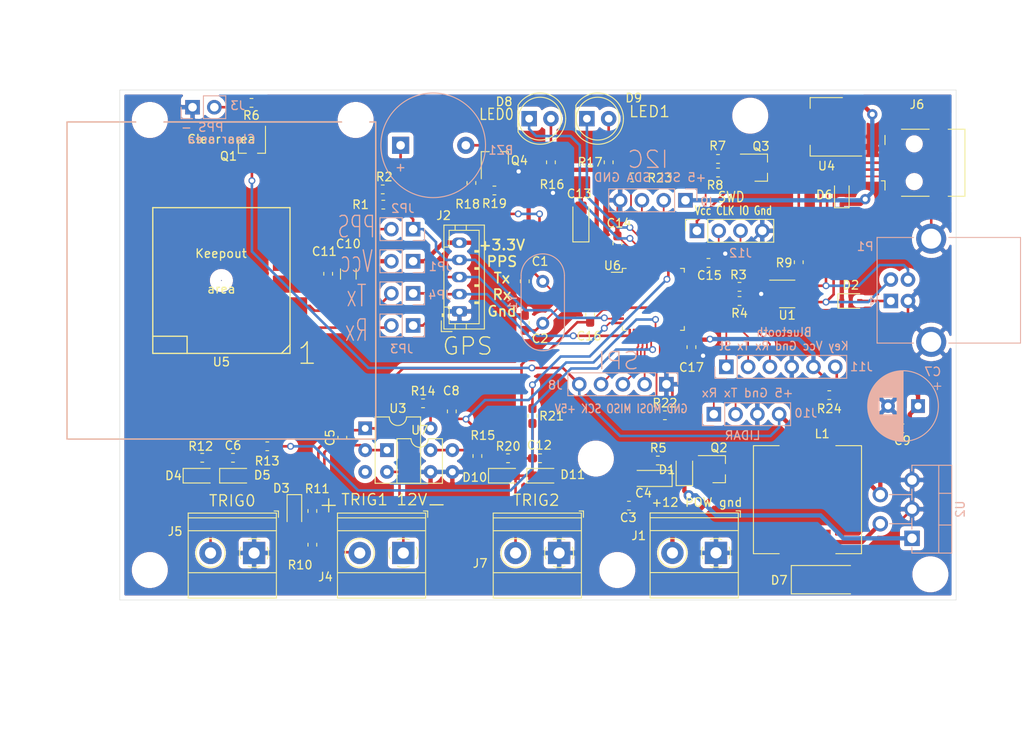
<source format=kicad_pcb>
(kicad_pcb (version 20171130) (host pcbnew 5.1.0)
  (layers (0 F.Cu signal) (31 B.Cu signal) (34 B.Paste user) (35 F.Paste user) (36 B.SilkS user) (37 F.SilkS user) (38 B.Mask user) (39 F.Mask user) (44 Edge.Cuts user))
  (net 0 "")
  (net 1 GND)
  (net 2 +3V3)
  (net 3 +5V)
  (net 4 /OSC_IN)
  (net 5 /OSC_OUT)
  (net 6 "Net-(C3-Pad1)")
  (net 7 "Net-(D2-Pad2)")
  (net 8 /LED0)
  (net 9 /LED1)
  (net 10 "Net-(J1-Pad2)")
  (net 11 /U2Tx)
  (net 12 /U2Rx)
  (net 13 /U1Tx)
  (net 14 /U1Rx)
  (net 15 /USB_PU)
  (net 16 /USBDM)
  (net 17 "Net-(R3-Pad1)")
  (net 18 "Net-(R4-Pad1)")
  (net 19 /USBDP)
  (net 20 /TRIG0)
  (net 21 /TRIG1)
  (net 22 /PPS)
  (net 23 /TRIG2)
  (net 24 /U3Tx)
  (net 25 /U3Rx)
  (net 26 "Net-(D1-Pad2)")
  (net 27 /MOSI)
  (net 28 /MISO)
  (net 29 /SCK)
  (net 30 /SCL)
  (net 31 /SDA)
  (net 32 "Net-(BZ1-Pad2)")
  (net 33 "Net-(Q3-Pad1)")
  (net 34 /buzzer)
  (net 35 /SWCLK)
  (net 36 /SWDIO)
  (net 37 "Net-(JP2-Pad2)")
  (net 38 "Net-(JP3-Pad2)")
  (net 39 "Net-(JP4-Pad2)")
  (net 40 "Net-(Q4-Pad1)")
  (net 41 /DM)
  (net 42 /DP)
  (net 43 "Net-(D9-Pad2)")
  (net 44 "Net-(C5-Pad1)")
  (net 45 "Net-(C5-Pad2)")
  (net 46 "Net-(C6-Pad1)")
  (net 47 "Net-(C12-Pad1)")
  (net 48 "Net-(D6-Pad2)")
  (net 49 "Net-(D7-Pad1)")
  (net 50 "Net-(D8-Pad2)")
  (net 51 "Net-(J3-Pad2)")
  (net 52 "Net-(J4-Pad2)")
  (net 53 "Net-(J11-Pad1)")
  (net 54 "Net-(J11-Pad6)")
  (net 55 "Net-(Q1-Pad1)")
  (net 56 "Net-(Q3-Pad3)")
  (net 57 "Net-(R14-Pad2)")
  (net 58 "Net-(R22-Pad1)")
  (net 59 "Net-(R23-Pad1)")
  (net 60 "Net-(C10-Pad2)")
  (module MountingHole:MountingHole_3.2mm_M3 (layer F.Cu) (at 85.5 117)
    (fp_text reference REF** hide)
    (fp_text value MountingHole_3.2mm_M3 hide)
    (pad 1 np_thru_hole circle (at 0 0) (size 3.2 3.2) (drill 3.2) (layers *.Cu *.Mask))
  )
  (module MountingHole:MountingHole_3.2mm_M3 (layer F.Cu) (at 33.5 77.5)
    (fp_text reference REF** hide)
    (fp_text value MountingHole_3.2mm_M3 hide)
    (pad 1 np_thru_hole circle (at 0 0) (size 3.2 3.2) (drill 3.2) (layers *.Cu *.Mask))
  )
  (module MountingHole:MountingHole_3.2mm_M3 (layer F.Cu) (at 57.5 77.5)
    (fp_text reference REF** hide)
    (fp_text value MountingHole_3.2mm_M3 hide)
    (pad 1 np_thru_hole circle (at 0 0) (size 3.2 3.2) (drill 3.2) (layers *.Cu *.Mask))
  )
  (module MountingHole:MountingHole_3.2mm_M3 (layer F.Cu) (at 103.5 77)
    (fp_text reference REF** hide)
    (fp_text value MountingHole_3.2mm_M3 hide)
    (pad 1 np_thru_hole circle (at 0 0) (size 3.2 3.2) (drill 3.2) (layers *.Cu *.Mask))
  )
  (module MountingHole:MountingHole_3.2mm_M3 (layer F.Cu) (at 124.5 130.5)
    (fp_text reference REF** hide)
    (fp_text value MountingHole_3.2mm_M3 hide)
    (pad 1 np_thru_hole circle (at 0 0) (size 3.2 3.2) (drill 3.2) (layers *.Cu *.Mask))
  )
  (module MountingHole:MountingHole_3.2mm_M3 (layer F.Cu) (at 88 130)
    (fp_text reference REF** hide)
    (fp_text value MountingHole_3.2mm_M3 hide)
    (pad 1 np_thru_hole circle (at 0 0) (size 3.2 3.2) (drill 3.2) (layers *.Cu *.Mask))
  )
  (module MountingHole:MountingHole_3.2mm_M3 (layer F.Cu) (at 33.5 130)
    (fp_text reference REF** hide)
    (fp_text value MountingHole_3.2mm_M3 hide)
    (pad 1 np_thru_hole circle (at 0 0) (size 3.2 3.2) (drill 3.2) (layers *.Cu *.Mask))
  )
  (module Capacitor_SMD:C_0603_1608Metric_Pad1.05x0.95mm_HandSolder (layer F.Cu) (at 84.836 100.217 270)
    (fp_text reference C16 (at 2.4905 0.127) (layer F.SilkS))
    (fp_text value 0.1)
    (pad 1 smd roundrect (at -0.875 0 270) (size 1.05 0.95) (layers F.Cu F.Paste F.Mask) (net 1 GND))
    (pad 2 smd roundrect (at 0.875 0 270) (size 1.05 0.95) (layers F.Cu F.Paste F.Mask) (net 2 +3V3))
  )
  (module chrono:L80-R (layer F.Cu) (at 41.8465 101.727)
    (fp_text reference U5 (at 0 4) (layer F.SilkS))
    (fp_text value L80-R)
    (fp_text user "Clear area" (at 0 -22) (layer B.SilkS) (effects (justify mirror)))
    (fp_text user "Clear area" (at 0 -22) (layer F.SilkS))
    (fp_text user area (at 0 -4.5) (layer F.SilkS))
    (fp_text user Keepout (at -0.05 -8.65) (layer F.SilkS))
    (fp_text user 1 (at 10 3) (layer F.SilkS) (effects (font (size 2.5 2.5))))
    (pad ~ smd circle (at 0 -5.5) (size 0.1 0.1) (layers F.Cu) (clearance 1.3))
    (pad ~ smd circle (at 0 -5.5) (size 0.1 0.1) (layers B.Cu) (clearance 1.3))
    (pad 7 smd rect (at -8 -12.7) (size 4 2) (layers F.Cu F.Paste F.Mask))
    (pad 8 smd rect (at -8 -10.16) (size 4 2) (layers F.Cu F.Paste F.Mask))
    (pad 9 smd rect (at -8 -7.62) (size 4 2) (layers F.Cu F.Paste F.Mask))
    (pad 10 smd rect (at -8 -5.08) (size 4 2) (layers F.Cu F.Paste F.Mask))
    (pad 11 smd rect (at -8 -2.54) (size 4 2) (layers F.Cu F.Paste F.Mask))
    (pad 12 smd rect (at -8 0) (size 4 2) (layers F.Cu F.Paste F.Mask) (net 1 GND))
    (pad 6 smd rect (at 8 -12.7) (size 4 2) (layers F.Cu F.Paste F.Mask) (net 37 "Net-(JP2-Pad2)"))
    (pad 5 smd rect (at 8 -10.16) (size 4 2) (layers F.Cu F.Paste F.Mask) (net 60 "Net-(C10-Pad2)"))
    (pad 4 smd rect (at 8 -7.62) (size 4 2) (layers F.Cu F.Paste F.Mask) (net 60 "Net-(C10-Pad2)"))
    (pad 3 smd rect (at 8 -5.08) (size 4 2) (layers F.Cu F.Paste F.Mask) (net 1 GND))
    (pad 2 smd rect (at 8 -2.54) (size 4 2) (layers F.Cu F.Paste F.Mask) (net 39 "Net-(JP4-Pad2)"))
    (pad 1 smd rect (at 8 0) (size 4 2) (layers F.Cu F.Paste F.Mask) (net 38 "Net-(JP3-Pad2)"))
  )
  (module Resistor_SMD:R_0603_1608Metric_Pad1.05x0.95mm_HandSolder (layer F.Cu) (at 93.5495 111.9505)
    (fp_text reference R22 (at 0 -1.43) (layer F.SilkS))
    (fp_text value 100k)
    (pad 2 smd roundrect (at 0.875 0) (size 1.05 0.95) (layers F.Cu F.Paste F.Mask) (net 1 GND))
    (pad 1 smd roundrect (at -0.875 0) (size 1.05 0.95) (layers F.Cu F.Paste F.Mask) (net 58 "Net-(R22-Pad1)"))
  )
  (module Connector_PinHeader_2.54mm:PinHeader_1x02_P2.54mm_Vertical (layer B.Cu) (at 64.1985 93.98 90)
    (fp_text reference JP1 (at -0.635 3.175 180) (layer B.SilkS) (effects (justify mirror)))
    (fp_text value Jumper)
    (pad 2 thru_hole oval (at 0 -2.54 90) (size 1.7 1.7) (drill 1) (layers *.Cu *.Mask) (net 60 "Net-(C10-Pad2)"))
    (pad 1 thru_hole rect (at 0 0 90) (size 1.7 1.7) (drill 1) (layers *.Cu *.Mask) (net 2 +3V3))
  )
  (module Connector_PinHeader_2.54mm:PinHeader_1x02_P2.54mm_Vertical (layer B.Cu) (at 64.1985 90.2335 90)
    (fp_text reference JP2 (at 2.413 -1.2065 180) (layer B.SilkS) (effects (justify mirror)))
    (fp_text value Jumper)
    (pad 1 thru_hole rect (at 0 0 90) (size 1.7 1.7) (drill 1) (layers *.Cu *.Mask) (net 22 /PPS))
    (pad 2 thru_hole oval (at 0 -2.54 90) (size 1.7 1.7) (drill 1) (layers *.Cu *.Mask) (net 37 "Net-(JP2-Pad2)"))
  )
  (module Connector_PinHeader_2.54mm:PinHeader_1x02_P2.54mm_Vertical (layer B.Cu) (at 64.1985 101.473 90)
    (fp_text reference JP3 (at -2.7305 -1.3335 180) (layer B.SilkS) (effects (justify mirror)))
    (fp_text value Jumper)
    (pad 2 thru_hole oval (at 0 -2.54 90) (size 1.7 1.7) (drill 1) (layers *.Cu *.Mask) (net 38 "Net-(JP3-Pad2)"))
    (pad 1 thru_hole rect (at 0 0 90) (size 1.7 1.7) (drill 1) (layers *.Cu *.Mask) (net 24 /U3Tx))
  )
  (module Connector_PinHeader_2.54mm:PinHeader_1x02_P2.54mm_Vertical (layer B.Cu) (at 64.1985 97.7265 90)
    (fp_text reference JP4 (at -0.1905 3.1115 180) (layer B.SilkS) (effects (justify mirror)))
    (fp_text value Jumper)
    (pad 1 thru_hole rect (at 0 0 90) (size 1.7 1.7) (drill 1) (layers *.Cu *.Mask) (net 25 /U3Rx))
    (pad 2 thru_hole oval (at 0 -2.54 90) (size 1.7 1.7) (drill 1) (layers *.Cu *.Mask) (net 39 "Net-(JP4-Pad2)"))
  )
  (module Capacitor_SMD:C_0603_1608Metric_Pad1.05x0.95mm_HandSolder (layer F.Cu) (at 96.647 103.999 90)
    (fp_text reference C17 (at -2.3635 0 180) (layer F.SilkS))
    (fp_text value 0.1)
    (pad 1 smd roundrect (at -0.875 0 90) (size 1.05 0.95) (layers F.Cu F.Paste F.Mask) (net 1 GND))
    (pad 2 smd roundrect (at 0.875 0 90) (size 1.05 0.95) (layers F.Cu F.Paste F.Mask) (net 2 +3V3))
  )
  (module Connector_PinSocket_2.54mm:PinSocket_1x04_P2.54mm_Vertical (layer B.Cu) (at 99.2505 111.8235 270)
    (fp_text reference J10 (at -0.127 -10.7315) (layer B.SilkS) (effects (justify mirror)))
    (fp_text value LIDAR)
    (pad 1 thru_hole rect (at 0 0 270) (size 1.7 1.7) (drill 1) (layers *.Cu *.Mask) (net 11 /U2Tx))
    (pad 2 thru_hole oval (at 0 -2.54 270) (size 1.7 1.7) (drill 1) (layers *.Cu *.Mask) (net 12 /U2Rx))
    (pad 3 thru_hole oval (at 0 -5.08 270) (size 1.7 1.7) (drill 1) (layers *.Cu *.Mask) (net 1 GND))
    (pad 4 thru_hole oval (at 0 -7.62 270) (size 1.7 1.7) (drill 1) (layers *.Cu *.Mask) (net 3 +5V))
  )
  (module Capacitor_SMD:C_0603_1608Metric_Pad1.05x0.95mm_HandSolder (layer F.Cu) (at 89.3585 122.4915 180)
    (fp_text reference C3 (at 0.0775 -1.397) (layer F.SilkS))
    (fp_text value 0.1)
    (pad 1 smd roundrect (at -0.875 0 180) (size 1.05 0.95) (layers F.Cu F.Paste F.Mask) (net 6 "Net-(C3-Pad1)"))
    (pad 2 smd roundrect (at 0.875 0 180) (size 1.05 0.95) (layers F.Cu F.Paste F.Mask) (net 1 GND))
  )
  (module Capacitor_Tantalum_SMD:CP_EIA-3216-18_Kemet-A_Pad1.58x1.35mm_HandSolder (layer F.Cu) (at 91.9075 119.3165 180)
    (fp_text reference C4 (at 0.8485 -1.7145) (layer F.SilkS))
    (fp_text value 47u)
    (pad 2 smd roundrect (at 1.4375 0 180) (size 1.575 1.35) (layers F.Cu F.Paste F.Mask) (roundrect_rratio 0.185185) (net 1 GND))
    (pad 1 smd roundrect (at -1.4375 0 180) (size 1.575 1.35) (layers F.Cu F.Paste F.Mask) (roundrect_rratio 0.185185) (net 6 "Net-(C3-Pad1)"))
  )
  (module Capacitor_SMD:C_0603_1608Metric_Pad1.05x0.95mm_HandSolder (layer F.Cu) (at 68.707 111.492 90)
    (fp_text reference C8 (at 2.399 -0.0635 180) (layer F.SilkS))
    (fp_text value 0.1)
    (pad 2 smd roundrect (at 0.875 0 90) (size 1.05 0.95) (layers F.Cu F.Paste F.Mask) (net 1 GND))
    (pad 1 smd roundrect (at -0.875 0 90) (size 1.05 0.95) (layers F.Cu F.Paste F.Mask) (net 21 /TRIG1))
  )
  (module Capacitor_SMD:C_0603_1608Metric_Pad1.05x0.95mm_HandSolder (layer F.Cu) (at 54.2925 95.4405 90)
    (fp_text reference C11 (at 2.6035 -0.4445 180) (layer F.SilkS))
    (fp_text value 0.1)
    (pad 1 smd roundrect (at -0.875 0 90) (size 1.05 0.95) (layers F.Cu F.Paste F.Mask) (net 1 GND))
    (pad 2 smd roundrect (at 0.875 0 90) (size 1.05 0.95) (layers F.Cu F.Paste F.Mask) (net 60 "Net-(C10-Pad2)"))
  )
  (module Capacitor_SMD:C_0603_1608Metric_Pad1.05x0.95mm_HandSolder (layer F.Cu) (at 78.994 116.967)
    (fp_text reference C12 (at -0.0775 -1.524 -180) (layer F.SilkS))
    (fp_text value 0.1)
    (pad 1 smd roundrect (at -0.875 0) (size 1.05 0.95) (layers F.Cu F.Paste F.Mask) (net 47 "Net-(C12-Pad1)"))
    (pad 2 smd roundrect (at 0.875 0) (size 1.05 0.95) (layers F.Cu F.Paste F.Mask) (net 1 GND))
  )
  (module Capacitor_SMD:C_0603_1608Metric_Pad1.05x0.95mm_HandSolder (layer F.Cu) (at 88.011 91.8985 270)
    (fp_text reference C14 (at -2.3635 -0.1905) (layer F.SilkS))
    (fp_text value 0.1)
    (pad 1 smd roundrect (at -0.875 0 270) (size 1.05 0.95) (layers F.Cu F.Paste F.Mask) (net 1 GND))
    (pad 2 smd roundrect (at 0.875 0 270) (size 1.05 0.95) (layers F.Cu F.Paste F.Mask) (net 2 +3V3))
  )
  (module Capacitor_SMD:C_0603_1608Metric_Pad1.05x0.95mm_HandSolder (layer F.Cu) (at 98.6295 94.1705 180)
    (fp_text reference C15 (at -0.113 -1.4605 180) (layer F.SilkS))
    (fp_text value 0.1)
    (pad 2 smd roundrect (at 0.875 0 180) (size 1.05 0.95) (layers F.Cu F.Paste F.Mask) (net 2 +3V3))
    (pad 1 smd roundrect (at -0.875 0 180) (size 1.05 0.95) (layers F.Cu F.Paste F.Mask) (net 1 GND))
  )
  (module Diode_SMD:D_0805_2012Metric_Pad1.15x1.40mm_HandSolder (layer F.Cu) (at 95.8215 118.2915 90)
    (fp_text reference D1 (at -0.009 -2.032 -180) (layer F.SilkS))
    (fp_text value MM3Z7V5)
    (pad 1 smd roundrect (at -1.025 0 90) (size 1.15 1.4) (layers F.Cu F.Paste F.Mask) (roundrect_rratio 0.217391) (net 6 "Net-(C3-Pad1)"))
    (pad 2 smd roundrect (at 1.025 0 90) (size 1.15 1.4) (layers F.Cu F.Paste F.Mask) (roundrect_rratio 0.217391) (net 26 "Net-(D1-Pad2)"))
  )
  (module TerminalBlock_Phoenix:TerminalBlock_Phoenix_MKDS-1,5-2-5.08_1x02_P5.08mm_Horizontal (layer F.Cu) (at 99.508 128 180)
    (fp_text reference J1 (at 9.008 2 180) (layer F.SilkS))
    (fp_text value "Power 12V")
    (pad 2 thru_hole circle (at 5.08 0 180) (size 2.6 2.6) (drill 1.3) (layers *.Cu *.Mask) (net 10 "Net-(J1-Pad2)"))
    (pad 1 thru_hole rect (at 0 0 180) (size 2.6 2.6) (drill 1.3) (layers *.Cu *.Mask) (net 1 GND))
  )
  (module TerminalBlock_Phoenix:TerminalBlock_Phoenix_MKDS-1,5-2-5.08_1x02_P5.08mm_Horizontal (layer F.Cu) (at 45.6565 128.016 180)
    (fp_text reference J5 (at 9.2075 2.516 180) (layer F.SilkS))
    (fp_text value Ext_trig0)
    (pad 1 thru_hole rect (at 0 0 180) (size 2.6 2.6) (drill 1.3) (layers *.Cu *.Mask) (net 1 GND))
    (pad 2 thru_hole circle (at 5.08 0 180) (size 2.6 2.6) (drill 1.3) (layers *.Cu *.Mask) (net 46 "Net-(C6-Pad1)"))
  )
  (module Inductor_SMD:L_12x12mm_H4.5mm (layer F.Cu) (at 110.1725 121.796 270)
    (fp_text reference L1 (at -7.6865 -1.7145) (layer F.SilkS))
    (fp_text value 100u)
    (pad 1 smd rect (at -4.95 0 270) (size 2.9 5.4) (layers F.Cu F.Paste F.Mask) (net 3 +5V))
    (pad 2 smd rect (at 4.95 0 270) (size 2.9 5.4) (layers F.Cu F.Paste F.Mask) (net 49 "Net-(D7-Pad1)"))
  )
  (module Connectors_USB:USB_B_OST_USB-B1HSxx_Horizontal (layer B.Cu) (at 119.888 98.6155)
    (fp_text reference P1 (at -2.9845 -6.35) (layer B.SilkS) (effects (justify mirror)))
    (fp_text value USB_B)
    (pad 1 thru_hole rect (at 0 0) (size 1.7 1.7) (drill 0.92) (layers *.Cu *.Mask) (net 7 "Net-(D2-Pad2)"))
    (pad 2 thru_hole circle (at 0 -2.5) (size 1.7 1.7) (drill 0.92) (layers *.Cu *.Mask) (net 41 /DM))
    (pad 3 thru_hole circle (at 2 -2.5) (size 1.7 1.7) (drill 0.92) (layers *.Cu *.Mask) (net 42 /DP))
    (pad 4 thru_hole circle (at 2 0) (size 1.7 1.7) (drill 0.92) (layers *.Cu *.Mask) (net 1 GND))
    (pad 5 thru_hole circle (at 4.71 4.77) (size 3.5 3.5) (drill 2.33) (layers *.Cu *.Mask) (net 1 GND))
    (pad 5 thru_hole circle (at 4.71 -7.27) (size 3.5 3.5) (drill 2.33) (layers *.Cu *.Mask) (net 1 GND))
  )
  (module Resistor_SMD:R_0603_1608Metric_Pad1.05x0.95mm_HandSolder (layer F.Cu) (at 60.72 87.376 180)
    (fp_text reference R1 (at 2.653 0 180) (layer F.SilkS))
    (fp_text value 10k)
    (pad 2 smd roundrect (at 0.875 0 180) (size 1.05 0.95) (layers F.Cu F.Paste F.Mask) (net 1 GND))
    (pad 1 smd roundrect (at -0.875 0 180) (size 1.05 0.95) (layers F.Cu F.Paste F.Mask) (net 22 /PPS))
  )
  (module Resistor_SMD:R_0603_1608Metric_Pad1.05x0.95mm_HandSolder (layer F.Cu) (at 102.249 96.9645 180)
    (fp_text reference R3 (at 0.127 1.397 180) (layer F.SilkS))
    (fp_text value 22)
    (pad 1 smd roundrect (at -0.875 0 180) (size 1.05 0.95) (layers F.Cu F.Paste F.Mask) (net 17 "Net-(R3-Pad1)"))
    (pad 2 smd roundrect (at 0.875 0 180) (size 1.05 0.95) (layers F.Cu F.Paste F.Mask) (net 19 /USBDP))
  )
  (module Resistor_SMD:R_0603_1608Metric_Pad1.05x0.95mm_HandSolder (layer F.Cu) (at 102.249 98.6155 180)
    (fp_text reference R4 (at 0 -1.43 180) (layer F.SilkS))
    (fp_text value 22)
    (pad 2 smd roundrect (at 0.875 0 180) (size 1.05 0.95) (layers F.Cu F.Paste F.Mask) (net 16 /USBDM))
    (pad 1 smd roundrect (at -0.875 0 180) (size 1.05 0.95) (layers F.Cu F.Paste F.Mask) (net 18 "Net-(R4-Pad1)"))
  )
  (module Resistor_SMD:R_0603_1608Metric_Pad1.05x0.95mm_HandSolder (layer F.Cu) (at 92.724 117.221)
    (fp_text reference R5 (at 0.0495 -1.4605 180) (layer F.SilkS))
    (fp_text value 10k)
    (pad 2 smd roundrect (at 0.875 0) (size 1.05 0.95) (layers F.Cu F.Paste F.Mask) (net 26 "Net-(D1-Pad2)"))
    (pad 1 smd roundrect (at -0.875 0) (size 1.05 0.95) (layers F.Cu F.Paste F.Mask) (net 1 GND))
  )
  (module Resistor_SMD:R_0603_1608Metric_Pad1.05x0.95mm_HandSolder (layer F.Cu) (at 45.353 75.5015 180)
    (fp_text reference R6 (at 0.014 -1.4605 180) (layer F.SilkS))
    (fp_text value 1k)
    (pad 1 smd roundrect (at -0.875 0 180) (size 1.05 0.95) (layers F.Cu F.Paste F.Mask) (net 1 GND))
    (pad 2 smd roundrect (at 0.875 0 180) (size 1.05 0.95) (layers F.Cu F.Paste F.Mask) (net 51 "Net-(J3-Pad2)"))
  )
  (module Resistor_SMD:R_0603_1608Metric_Pad1.05x0.95mm_HandSolder (layer F.Cu) (at 99.7445 83.6295)
    (fp_text reference R8 (at -0.3442 1.4732) (layer F.SilkS))
    (fp_text value 10k)
    (pad 1 smd roundrect (at -0.875 0) (size 1.05 0.95) (layers F.Cu F.Paste F.Mask) (net 15 /USB_PU))
    (pad 2 smd roundrect (at 0.875 0) (size 1.05 0.95) (layers F.Cu F.Paste F.Mask) (net 2 +3V3))
  )
  (module Resistor_SMD:R_0603_1608Metric_Pad1.05x0.95mm_HandSolder (layer F.Cu) (at 109.1565 94.093 270)
    (fp_text reference R9 (at 0.0775 1.7145) (layer F.SilkS))
    (fp_text value 1k5)
    (pad 1 smd roundrect (at -0.875 0 270) (size 1.05 0.95) (layers F.Cu F.Paste F.Mask) (net 56 "Net-(Q3-Pad3)"))
    (pad 2 smd roundrect (at 0.875 0 270) (size 1.05 0.95) (layers F.Cu F.Paste F.Mask) (net 42 /DP))
  )
  (module Resistor_SMD:R_0603_1608Metric_Pad1.05x0.95mm_HandSolder (layer F.Cu) (at 47.1945 115.57)
    (fp_text reference R13 (at -0.014 1.7145 -180) (layer F.SilkS))
    (fp_text value 100)
    (pad 2 smd roundrect (at 0.875 0) (size 1.05 0.95) (layers F.Cu F.Paste F.Mask) (net 20 /TRIG0))
    (pad 1 smd roundrect (at -0.875 0) (size 1.05 0.95) (layers F.Cu F.Paste F.Mask) (net 46 "Net-(C6-Pad1)"))
  )
  (module Resistor_SMD:R_0603_1608Metric_Pad1.05x0.95mm_HandSolder (layer F.Cu) (at 70.993 84.85 270)
    (fp_text reference R18 (at 2.4625 0.4445) (layer F.SilkS))
    (fp_text value 510)
    (pad 2 smd roundrect (at 0.875 0 270) (size 1.05 0.95) (layers F.Cu F.Paste F.Mask) (net 34 /buzzer))
    (pad 1 smd roundrect (at -0.875 0 270) (size 1.05 0.95) (layers F.Cu F.Paste F.Mask) (net 40 "Net-(Q4-Pad1)"))
  )
  (module TO_SOT_Packages_SMD:SOT-23-6_Handsoldering (layer F.Cu) (at 107.8065 97.79)
    (fp_text reference U1 (at 0 2.4892) (layer F.SilkS))
    (fp_text value USBLC6-2SC6)
    (pad 1 smd rect (at -1.35 -0.95) (size 1.56 0.65) (layers F.Cu F.Paste F.Mask) (net 17 "Net-(R3-Pad1)"))
    (pad 2 smd rect (at -1.35 0) (size 1.56 0.65) (layers F.Cu F.Paste F.Mask) (net 1 GND))
    (pad 3 smd rect (at -1.35 0.95) (size 1.56 0.65) (layers F.Cu F.Paste F.Mask) (net 18 "Net-(R4-Pad1)"))
    (pad 4 smd rect (at 1.35 0.95) (size 1.56 0.65) (layers F.Cu F.Paste F.Mask) (net 41 /DM))
    (pad 6 smd rect (at 1.35 -0.95) (size 1.56 0.65) (layers F.Cu F.Paste F.Mask) (net 42 /DP))
    (pad 5 smd rect (at 1.35 0) (size 1.56 0.65) (layers F.Cu F.Paste F.Mask) (net 3 +5V))
  )
  (module TO_SOT_Packages_THT:TO-220-5_P3.4x3.7mm_StaggerEven_Lead3.8mm_Vertical (layer B.Cu) (at 122.3645 126.3015 90)
    (fp_text reference U2 (at 3.4 5.62 90) (layer B.SilkS) (effects (justify mirror)))
    (fp_text value LM2576-5.0)
    (pad 1 thru_hole rect (at 0 0 90) (size 1.8 1.8) (drill 1.1) (layers *.Cu *.Mask) (net 6 "Net-(C3-Pad1)"))
    (pad 2 thru_hole oval (at 1.7 -3.7 90) (size 1.8 1.8) (drill 1.1) (layers *.Cu *.Mask) (net 49 "Net-(D7-Pad1)"))
    (pad 3 thru_hole oval (at 3.4 0 90) (size 1.8 1.8) (drill 1.1) (layers *.Cu *.Mask) (net 1 GND))
    (pad 4 thru_hole oval (at 5.1 -3.7 90) (size 1.8 1.8) (drill 1.1) (layers *.Cu *.Mask) (net 3 +5V))
    (pad 5 thru_hole oval (at 6.8 0 90) (size 1.8 1.8) (drill 1.1) (layers *.Cu *.Mask) (net 1 GND))
  )
  (module TO_SOT_Packages_SMD:SOT-223 (layer F.Cu) (at 112.395 78.2955 180)
    (fp_text reference U4 (at 0 -4.572 180) (layer F.SilkS))
    (fp_text value LM1117-3.3)
    (pad 4 smd rect (at 3.15 0 180) (size 2 3.8) (layers F.Cu F.Paste F.Mask) (net 2 +3V3))
    (pad 2 smd rect (at -3.15 0 180) (size 2 1.5) (layers F.Cu F.Paste F.Mask) (net 2 +3V3))
    (pad 3 smd rect (at -3.15 2.3 180) (size 2 1.5) (layers F.Cu F.Paste F.Mask) (net 3 +5V))
    (pad 1 smd rect (at -3.15 -2.3 180) (size 2 1.5) (layers F.Cu F.Paste F.Mask) (net 1 GND))
  )
  (module Crystal:Crystal_HC49-U_Vertical (layer B.Cu) (at 79.3115 96.3295 270)
    (fp_text reference Y1 (at 2.44 3.525 270) (layer B.SilkS) (effects (justify mirror)))
    (fp_text value 8MHz)
    (pad 1 thru_hole circle (at 0 0 270) (size 1.5 1.5) (drill 0.8) (layers *.Cu *.Mask) (net 4 /OSC_IN))
    (pad 2 thru_hole circle (at 4.88 0 270) (size 1.5 1.5) (drill 0.8) (layers *.Cu *.Mask) (net 5 /OSC_OUT))
  )
  (module Connector_PinSocket_2.54mm:PinSocket_1x05_P2.54mm_Vertical (layer B.Cu) (at 93.726 108.331 90)
    (fp_text reference J8 (at -0.1016 -12.954) (layer B.SilkS) (effects (justify mirror)))
    (fp_text value SPI)
    (pad 1 thru_hole rect (at 0 0 90) (size 1.7 1.7) (drill 1) (layers *.Cu *.Mask) (net 1 GND))
    (pad 2 thru_hole oval (at 0 -2.54 90) (size 1.7 1.7) (drill 1) (layers *.Cu *.Mask) (net 27 /MOSI))
    (pad 3 thru_hole oval (at 0 -5.08 90) (size 1.7 1.7) (drill 1) (layers *.Cu *.Mask) (net 28 /MISO))
    (pad 4 thru_hole oval (at 0 -7.62 90) (size 1.7 1.7) (drill 1) (layers *.Cu *.Mask) (net 29 /SCK))
    (pad 5 thru_hole oval (at 0 -10.16 90) (size 1.7 1.7) (drill 1) (layers *.Cu *.Mask) (net 3 +5V))
  )
  (module Connector_PinSocket_2.54mm:PinSocket_1x04_P2.54mm_Vertical (layer B.Cu) (at 95.9485 86.868 90)
    (fp_text reference J9 (at -0.2032 2.5908 180) (layer B.SilkS) (effects (justify mirror)))
    (fp_text value I2C1)
    (pad 1 thru_hole rect (at 0 0 90) (size 1.7 1.7) (drill 1) (layers *.Cu *.Mask) (net 3 +5V))
    (pad 2 thru_hole oval (at 0 -2.54 90) (size 1.7 1.7) (drill 1) (layers *.Cu *.Mask) (net 30 /SCL))
    (pad 3 thru_hole oval (at 0 -5.08 90) (size 1.7 1.7) (drill 1) (layers *.Cu *.Mask) (net 31 /SDA))
    (pad 4 thru_hole oval (at 0 -7.62 90) (size 1.7 1.7) (drill 1) (layers *.Cu *.Mask) (net 1 GND))
  )
  (module Buzzer_Beeper:Buzzer_12x9.5RM7.6 (layer B.Cu) (at 62.738 80.4545)
    (fp_text reference BZ1 (at 11.684 0.5715) (layer B.SilkS) (effects (justify mirror)))
    (fp_text value "Buzzer 3v3")
    (fp_text user + (at -0.01 2.54) (layer B.SilkS) (effects (justify mirror)))
    (pad 1 thru_hole rect (at 0 0) (size 2 2) (drill 1) (layers *.Cu *.Mask) (net 2 +3V3))
    (pad 2 thru_hole circle (at 7.6 0) (size 2 2) (drill 1) (layers *.Cu *.Mask) (net 32 "Net-(BZ1-Pad2)"))
  )
  (module Resistor_SMD:R_0603_1608Metric_Pad1.05x0.95mm_HandSolder (layer F.Cu) (at 60.6565 85.598)
    (fp_text reference R2 (at 0.1765 -1.4605 -180) (layer F.SilkS))
    (fp_text value 2k2)
    (pad 2 smd roundrect (at 0.875 0) (size 1.05 0.95) (layers F.Cu F.Paste F.Mask) (net 22 /PPS))
    (pad 1 smd roundrect (at -0.875 0) (size 1.05 0.95) (layers F.Cu F.Paste F.Mask) (net 55 "Net-(Q1-Pad1)"))
  )
  (module Resistor_SMD:R_0603_1608Metric_Pad1.05x0.95mm_HandSolder (layer F.Cu) (at 78.105 112.028 90)
    (fp_text reference R21 (at -0.0114 2.2352 180) (layer F.SilkS))
    (fp_text value 100)
    (pad 1 smd roundrect (at -0.875 0 90) (size 1.05 0.95) (layers F.Cu F.Paste F.Mask) (net 47 "Net-(C12-Pad1)"))
    (pad 2 smd roundrect (at 0.875 0 90) (size 1.05 0.95) (layers F.Cu F.Paste F.Mask) (net 23 /TRIG2))
  )
  (module Diode_SMD:D_SOD-323 (layer F.Cu) (at 115.2185 98.6155)
    (fp_text reference D2 (at 0 -1.85) (layer F.SilkS))
    (fp_text value IN5819)
    (pad 1 smd rect (at -1.05 0) (size 0.6 0.45) (layers F.Cu F.Paste F.Mask) (net 3 +5V))
    (pad 2 smd rect (at 1.05 0) (size 0.6 0.45) (layers F.Cu F.Paste F.Mask) (net 7 "Net-(D2-Pad2)"))
  )
  (module Resistor_SMD:R_0603_1608Metric_Pad1.05x0.95mm_HandSolder (layer F.Cu) (at 52.451 127.0495 90)
    (fp_text reference R10 (at -2.3635 -1.43 180) (layer F.SilkS))
    (fp_text value 1k)
    (pad 1 smd roundrect (at -0.875 0 90) (size 1.05 0.95) (layers F.Cu F.Paste F.Mask) (net 52 "Net-(J4-Pad2)"))
    (pad 2 smd roundrect (at 0.875 0 90) (size 1.05 0.95) (layers F.Cu F.Paste F.Mask) (net 44 "Net-(C5-Pad1)"))
  )
  (module Resistor_SMD:R_0603_1608Metric_Pad1.05x0.95mm_HandSolder (layer F.Cu) (at 52.451 123.1125 270)
    (fp_text reference R11 (at -2.5895 -0.5715) (layer F.SilkS))
    (fp_text value 1k)
    (pad 2 smd roundrect (at 0.875 0 270) (size 1.05 0.95) (layers F.Cu F.Paste F.Mask) (net 44 "Net-(C5-Pad1)"))
    (pad 1 smd roundrect (at -0.875 0 270) (size 1.05 0.95) (layers F.Cu F.Paste F.Mask) (net 45 "Net-(C5-Pad2)"))
  )
  (module Resistor_SMD:R_0603_1608Metric_Pad1.05x0.95mm_HandSolder (layer F.Cu) (at 39.61 116.9035 180)
    (fp_text reference R12 (at 0.1765 1.3335 180) (layer F.SilkS))
    (fp_text value 1k)
    (pad 1 smd roundrect (at -0.875 0 180) (size 1.05 0.95) (layers F.Cu F.Paste F.Mask) (net 46 "Net-(C6-Pad1)"))
    (pad 2 smd roundrect (at 0.875 0 180) (size 1.05 0.95) (layers F.Cu F.Paste F.Mask) (net 2 +3V3))
  )
  (module Resistor_SMD:R_0603_1608Metric_Pad1.05x0.95mm_HandSolder (layer F.Cu) (at 65.3555 110.5535)
    (fp_text reference R14 (at 0 -1.43) (layer F.SilkS))
    (fp_text value 47k)
    (pad 2 smd roundrect (at 0.875 0) (size 1.05 0.95) (layers F.Cu F.Paste F.Mask) (net 57 "Net-(R14-Pad2)"))
    (pad 1 smd roundrect (at -0.875 0) (size 1.05 0.95) (layers F.Cu F.Paste F.Mask) (net 1 GND))
  )
  (module Resistor_SMD:R_0603_1608Metric_Pad1.05x0.95mm_HandSolder (layer F.Cu) (at 71.6915 116.699 90)
    (fp_text reference R15 (at 2.399 0.635 180) (layer F.SilkS))
    (fp_text value 220)
    (pad 2 smd roundrect (at 0.875 0 90) (size 1.05 0.95) (layers F.Cu F.Paste F.Mask) (net 21 /TRIG1))
    (pad 1 smd roundrect (at -0.875 0 90) (size 1.05 0.95) (layers F.Cu F.Paste F.Mask) (net 2 +3V3))
  )
  (module Resistor_SMD:R_0603_1608Metric_Pad1.05x0.95mm_HandSolder (layer F.Cu) (at 80.264 82.437 270)
    (fp_text reference R16 (at 2.5895 -0.127) (layer F.SilkS))
    (fp_text value 220)
    (pad 1 smd roundrect (at -0.875 0 270) (size 1.05 0.95) (layers F.Cu F.Paste F.Mask) (net 50 "Net-(D8-Pad2)"))
    (pad 2 smd roundrect (at 0.875 0 270) (size 1.05 0.95) (layers F.Cu F.Paste F.Mask) (net 2 +3V3))
  )
  (module Resistor_SMD:R_0603_1608Metric_Pad1.05x0.95mm_HandSolder (layer F.Cu) (at 86.995 82.437 270)
    (fp_text reference R17 (at -0.014 2.159) (layer F.SilkS))
    (fp_text value 220)
    (pad 2 smd roundrect (at 0.875 0 270) (size 1.05 0.95) (layers F.Cu F.Paste F.Mask) (net 2 +3V3))
    (pad 1 smd roundrect (at -0.875 0 270) (size 1.05 0.95) (layers F.Cu F.Paste F.Mask) (net 43 "Net-(D9-Pad2)"))
  )
  (module Resistor_SMD:R_0603_1608Metric_Pad1.05x0.95mm_HandSolder (layer F.Cu) (at 73.674 85.725)
    (fp_text reference R19 (at 0 1.524) (layer F.SilkS))
    (fp_text value 10k)
    (pad 1 smd roundrect (at -0.875 0) (size 1.05 0.95) (layers F.Cu F.Paste F.Mask) (net 34 /buzzer))
    (pad 2 smd roundrect (at 0.875 0) (size 1.05 0.95) (layers F.Cu F.Paste F.Mask) (net 1 GND))
  )
  (module Resistor_SMD:R_0603_1608Metric_Pad1.05x0.95mm_HandSolder (layer F.Cu) (at 75.2615 116.967 180)
    (fp_text reference R20 (at -0.014 1.397 180) (layer F.SilkS))
    (fp_text value 1k)
    (pad 1 smd roundrect (at -0.875 0 180) (size 1.05 0.95) (layers F.Cu F.Paste F.Mask) (net 47 "Net-(C12-Pad1)"))
    (pad 2 smd roundrect (at 0.875 0 180) (size 1.05 0.95) (layers F.Cu F.Paste F.Mask) (net 2 +3V3))
  )
  (module Capacitor_SMD:C_0603_1608Metric_Pad1.05x0.95mm_HandSolder (layer F.Cu) (at 77.216 96.3155 270)
    (fp_text reference C1 (at -2.3155 -1.784) (layer F.SilkS))
    (fp_text value 12)
    (pad 1 smd roundrect (at -0.875 0 270) (size 1.05 0.95) (layers F.Cu F.Paste F.Mask) (net 4 /OSC_IN))
    (pad 2 smd roundrect (at 0.875 0 270) (size 1.05 0.95) (layers F.Cu F.Paste F.Mask) (net 1 GND))
  )
  (module Diode_SMD:D_SOD-323_HandSoldering (layer F.Cu) (at 74.8865 118.999)
    (fp_text reference D10 (at -3.5125 0.1905) (layer F.SilkS))
    (fp_text value 1N5819)
    (pad 2 smd rect (at 1.25 0) (size 1 1) (layers F.Cu F.Paste F.Mask) (net 47 "Net-(C12-Pad1)"))
    (pad 1 smd rect (at -1.25 0) (size 1 1) (layers F.Cu F.Paste F.Mask) (net 2 +3V3))
  )
  (module Diode_SMD:D_SOD-323_HandSoldering (layer F.Cu) (at 79.355 118.999)
    (fp_text reference D11 (at 3.449 -0.127) (layer F.SilkS))
    (fp_text value 1N5819)
    (pad 1 smd rect (at -1.25 0) (size 1 1) (layers F.Cu F.Paste F.Mask) (net 47 "Net-(C12-Pad1)"))
    (pad 2 smd rect (at 1.25 0) (size 1 1) (layers F.Cu F.Paste F.Mask) (net 1 GND))
  )
  (module Resistor_SMD:R_0603_1608Metric_Pad1.05x0.95mm_HandSolder (layer F.Cu) (at 99.7445 82.042 180)
    (fp_text reference R7 (at 0.0495 1.524 180) (layer F.SilkS))
    (fp_text value 510)
    (pad 1 smd roundrect (at -0.875 0 180) (size 1.05 0.95) (layers F.Cu F.Paste F.Mask) (net 33 "Net-(Q3-Pad1)"))
    (pad 2 smd roundrect (at 0.875 0 180) (size 1.05 0.95) (layers F.Cu F.Paste F.Mask) (net 15 /USB_PU))
  )
  (module Resistor_SMD:R_0603_1608Metric_Pad1.05x0.95mm_HandSolder (layer F.Cu) (at 89.7395 84.201 180)
    (fp_text reference R23 (at -3.2245 -0.0635 180) (layer F.SilkS))
    (fp_text value 10k)
    (pad 2 smd roundrect (at 0.875 0 180) (size 1.05 0.95) (layers F.Cu F.Paste F.Mask) (net 1 GND))
    (pad 1 smd roundrect (at -0.875 0 180) (size 1.05 0.95) (layers F.Cu F.Paste F.Mask) (net 59 "Net-(R23-Pad1)"))
  )
  (module Resistor_SMD:R_0603_1608Metric_Pad1.05x0.95mm_HandSolder (layer F.Cu) (at 112.7125 109.601)
    (fp_text reference R24 (at 0 1.5875) (layer F.SilkS))
    (fp_text value 47k)
    (pad 1 smd roundrect (at -0.875 0) (size 1.05 0.95) (layers F.Cu F.Paste F.Mask) (net 2 +3V3))
    (pad 2 smd roundrect (at 0.875 0) (size 1.05 0.95) (layers F.Cu F.Paste F.Mask) (net 54 "Net-(J11-Pad6)"))
  )
  (module Capacitor_SMD:C_0603_1608Metric_Pad1.05x0.95mm_HandSolder (layer F.Cu) (at 77.216 101.1695 90)
    (fp_text reference C2 (at -1.8305 1.784 180) (layer F.SilkS))
    (fp_text value 12)
    (pad 1 smd roundrect (at -0.875 0 90) (size 1.05 0.95) (layers F.Cu F.Paste F.Mask) (net 5 /OSC_OUT))
    (pad 2 smd roundrect (at 0.875 0 90) (size 1.05 0.95) (layers F.Cu F.Paste F.Mask) (net 1 GND))
  )
  (module Capacitor_SMD:C_0603_1608Metric_Pad1.05x0.95mm_HandSolder (layer F.Cu) (at 55.9435 114.568 90)
    (fp_text reference C5 (at 0 -1.43 90) (layer F.SilkS))
    (fp_text value 0.1)
    (pad 1 smd roundrect (at -0.875 0 90) (size 1.05 0.95) (layers F.Cu F.Paste F.Mask) (net 44 "Net-(C5-Pad1)"))
    (pad 2 smd roundrect (at 0.875 0 90) (size 1.05 0.95) (layers F.Cu F.Paste F.Mask) (net 45 "Net-(C5-Pad2)"))
  )
  (module Capacitor_SMD:C_0603_1608Metric_Pad1.05x0.95mm_HandSolder (layer F.Cu) (at 43.194 116.9035)
    (fp_text reference C6 (at 0 -1.43) (layer F.SilkS))
    (fp_text value 0.1)
    (pad 2 smd roundrect (at 0.875 0) (size 1.05 0.95) (layers F.Cu F.Paste F.Mask) (net 1 GND))
    (pad 1 smd roundrect (at -0.875 0) (size 1.05 0.95) (layers F.Cu F.Paste F.Mask) (net 46 "Net-(C6-Pad1)"))
  )
  (module Capacitor_THT:CP_Radial_D8.0mm_P3.50mm (layer B.Cu) (at 123.063 110.871 180)
    (fp_text reference C7 (at -1.7145 4.0005 180) (layer B.SilkS) (effects (justify mirror)))
    (fp_text value 100u)
    (pad 1 thru_hole rect (at 0 0 180) (size 1.6 1.6) (drill 0.8) (layers *.Cu *.Mask) (net 3 +5V))
    (pad 2 thru_hole circle (at 3.5 0 180) (size 1.6 1.6) (drill 0.8) (layers *.Cu *.Mask) (net 1 GND))
  )
  (module Capacitor_SMD:C_0603_1608Metric_Pad1.05x0.95mm_HandSolder (layer F.Cu) (at 121.2355 113.4745 180)
    (fp_text reference C9 (at 0 -1.43 180) (layer F.SilkS))
    (fp_text value 0.1)
    (pad 2 smd roundrect (at 0.875 0 180) (size 1.05 0.95) (layers F.Cu F.Paste F.Mask) (net 1 GND))
    (pad 1 smd roundrect (at -0.875 0 180) (size 1.05 0.95) (layers F.Cu F.Paste F.Mask) (net 3 +5V))
  )
  (module Capacitor_SMD:C_1206_3216Metric_Pad1.42x1.75mm_HandSolder (layer F.Cu) (at 56.642 95.4675 90)
    (fp_text reference C10 (at 3.5195 0 180) (layer F.SilkS))
    (fp_text value 10u)
    (pad 1 smd roundrect (at -1.4875 0 90) (size 1.425 1.75) (layers F.Cu F.Paste F.Mask) (roundrect_rratio 0.175439) (net 1 GND))
    (pad 2 smd roundrect (at 1.4875 0 90) (size 1.425 1.75) (layers F.Cu F.Paste F.Mask) (roundrect_rratio 0.175439) (net 60 "Net-(C10-Pad2)"))
  )
  (module Capacitor_Tantalum_SMD:CP_EIA-3216-18_Kemet-A_Pad1.58x1.35mm_HandSolder (layer F.Cu) (at 83.7565 89.2405 90)
    (fp_text reference C13 (at 3.1345 -0.1905 180) (layer F.SilkS))
    (fp_text value 47u)
    (pad 1 smd roundrect (at -1.4375 0 90) (size 1.575 1.35) (layers F.Cu F.Paste F.Mask) (roundrect_rratio 0.185185) (net 2 +3V3))
    (pad 2 smd roundrect (at 1.4375 0 90) (size 1.575 1.35) (layers F.Cu F.Paste F.Mask) (roundrect_rratio 0.185185) (net 1 GND))
  )
  (module Diode_SMD:D_SOD-323_HandSoldering (layer F.Cu) (at 50.3555 123.1065 270)
    (fp_text reference D3 (at -2.647 1.524) (layer F.SilkS))
    (fp_text value 1N5819)
    (pad 1 smd rect (at -1.25 0 270) (size 1 1) (layers F.Cu F.Paste F.Mask) (net 45 "Net-(C5-Pad2)"))
    (pad 2 smd rect (at 1.25 0 270) (size 1 1) (layers F.Cu F.Paste F.Mask) (net 44 "Net-(C5-Pad1)"))
  )
  (module Diode_SMD:D_SOD-323_HandSoldering (layer F.Cu) (at 39.2865 118.999)
    (fp_text reference D4 (at -3.028 0) (layer F.SilkS))
    (fp_text value 1N5819)
    (pad 1 smd rect (at -1.25 0) (size 1 1) (layers F.Cu F.Paste F.Mask) (net 2 +3V3))
    (pad 2 smd rect (at 1.25 0) (size 1 1) (layers F.Cu F.Paste F.Mask) (net 46 "Net-(C6-Pad1)"))
  )
  (module Diode_SMD:D_SOD-323_HandSoldering (layer F.Cu) (at 43.541 118.999)
    (fp_text reference D5 (at 3.068 -0.0635) (layer F.SilkS))
    (fp_text value 1N5819)
    (pad 2 smd rect (at 1.25 0) (size 1 1) (layers F.Cu F.Paste F.Mask) (net 1 GND))
    (pad 1 smd rect (at -1.25 0) (size 1 1) (layers F.Cu F.Paste F.Mask) (net 46 "Net-(C6-Pad1)"))
  )
  (module Diode_SMD:D_SOD-323 (layer F.Cu) (at 114.173 86.233 90)
    (fp_text reference D6 (at 0 -2.032 180) (layer F.SilkS))
    (fp_text value IN5819)
    (pad 1 smd rect (at -1.05 0 90) (size 0.6 0.45) (layers F.Cu F.Paste F.Mask) (net 3 +5V))
    (pad 2 smd rect (at 1.05 0 90) (size 0.6 0.45) (layers F.Cu F.Paste F.Mask) (net 48 "Net-(D6-Pad2)"))
  )
  (module Diode_SMD:D_SMA_Handsoldering (layer F.Cu) (at 112.689 131.1275)
    (fp_text reference D7 (at -5.8185 0.0635) (layer F.SilkS))
    (fp_text value B340A)
    (pad 1 smd rect (at -2.5 0) (size 3.5 1.8) (layers F.Cu F.Paste F.Mask) (net 49 "Net-(D7-Pad1)"))
    (pad 2 smd rect (at 2.5 0) (size 3.5 1.8) (layers F.Cu F.Paste F.Mask) (net 1 GND))
  )
  (module LED_THT:LED_D5.0mm (layer F.Cu) (at 77.724 77.343)
    (fp_text reference D8 (at -2.921 -1.9685) (layer F.SilkS))
    (fp_text value LED0)
    (pad 2 thru_hole circle (at 2.54 0) (size 1.8 1.8) (drill 0.9) (layers *.Cu *.Mask) (net 50 "Net-(D8-Pad2)"))
    (pad 1 thru_hole rect (at 0 0) (size 1.8 1.8) (drill 0.9) (layers *.Cu *.Mask) (net 8 /LED0))
  )
  (module LED_THT:LED_D5.0mm (layer F.Cu) (at 84.455 77.343)
    (fp_text reference D9 (at 5.461 -2.413) (layer F.SilkS))
    (fp_text value LED1)
    (pad 1 thru_hole rect (at 0 0) (size 1.8 1.8) (drill 0.9) (layers *.Cu *.Mask) (net 9 /LED1))
    (pad 2 thru_hole circle (at 2.54 0) (size 1.8 1.8) (drill 0.9) (layers *.Cu *.Mask) (net 43 "Net-(D9-Pad2)"))
  )
  (module Connector_JST:JST_PH_B5B-PH-K_1x05_P2.00mm_Vertical (layer F.Cu) (at 69.596 99.822 90)
    (fp_text reference J2 (at 11.176 -1.8415 180) (layer F.SilkS))
    (fp_text value GPS_ext)
    (pad 1 thru_hole roundrect (at 0 0 90) (size 1.2 1.75) (drill 0.75) (layers *.Cu *.Mask) (roundrect_rratio 0.208333) (net 1 GND))
    (pad 2 thru_hole oval (at 2 0 90) (size 1.2 1.75) (drill 0.75) (layers *.Cu *.Mask) (net 24 /U3Tx))
    (pad 3 thru_hole oval (at 4 0 90) (size 1.2 1.75) (drill 0.75) (layers *.Cu *.Mask) (net 25 /U3Rx))
    (pad 4 thru_hole oval (at 6 0 90) (size 1.2 1.75) (drill 0.75) (layers *.Cu *.Mask) (net 22 /PPS))
    (pad 5 thru_hole oval (at 8 0 90) (size 1.2 1.75) (drill 0.75) (layers *.Cu *.Mask) (net 2 +3V3))
  )
  (module Connector_PinSocket_2.54mm:PinSocket_1x02_P2.54mm_Vertical (layer B.Cu) (at 38.481 76.0095 270)
    (fp_text reference J3 (at -0.1905 -5.2705) (layer B.SilkS) (effects (justify mirror)))
    (fp_text value PPS)
    (pad 1 thru_hole rect (at 0 0 270) (size 1.7 1.7) (drill 1) (layers *.Cu *.Mask) (net 1 GND))
    (pad 2 thru_hole oval (at 0 -2.54 270) (size 1.7 1.7) (drill 1) (layers *.Cu *.Mask) (net 51 "Net-(J3-Pad2)"))
  )
  (module TerminalBlock_Phoenix:TerminalBlock_Phoenix_MKDS-1,5-2-5.08_1x02_P5.08mm_Horizontal (layer F.Cu) (at 63.0555 128.016 180)
    (fp_text reference J4 (at 9.0805 -2.794 180) (layer F.SilkS))
    (fp_text value Ext_trig1)
    (pad 2 thru_hole circle (at 5.08 0 180) (size 2.6 2.6) (drill 1.3) (layers *.Cu *.Mask) (net 52 "Net-(J4-Pad2)"))
    (pad 1 thru_hole rect (at 0 0 180) (size 2.6 2.6) (drill 1.3) (layers *.Cu *.Mask) (net 45 "Net-(C5-Pad2)"))
  )
  (module Connector_USB:USB_Mini-B_Lumberg_2486_01_Horizontal (layer F.Cu) (at 122.6185 82.4865 90)
    (fp_text reference J6 (at 6.7945 0.3175 180) (layer F.SilkS))
    (fp_text value USB_B_Mini)
    (pad 1 smd rect (at -1.6 -2.7 90) (size 0.5 2) (layers F.Cu F.Paste F.Mask) (net 48 "Net-(D6-Pad2)"))
    (pad 2 smd rect (at -0.8 -2.7 90) (size 0.5 2) (layers F.Cu F.Paste F.Mask) (net 41 /DM))
    (pad 3 smd rect (at 0 -2.7 90) (size 0.5 2) (layers F.Cu F.Paste F.Mask) (net 42 /DP))
    (pad 4 smd rect (at 0.8 -2.7 90) (size 0.5 2) (layers F.Cu F.Paste F.Mask) (net 1 GND))
    (pad 5 smd rect (at 1.6 -2.7 90) (size 0.5 2) (layers F.Cu F.Paste F.Mask) (net 1 GND))
    (pad 6 smd rect (at -4.45 -2.6 90) (size 2 1.7) (layers F.Cu F.Paste F.Mask) (net 1 GND))
    (pad 6 smd rect (at -4.45 2.85 90) (size 2 1.7) (layers F.Cu F.Paste F.Mask) (net 1 GND))
    (pad 6 smd rect (at 4.45 -2.6 90) (size 2 1.7) (layers F.Cu F.Paste F.Mask) (net 1 GND))
    (pad 6 smd rect (at 4.45 2.85 90) (size 2 1.7) (layers F.Cu F.Paste F.Mask) (net 1 GND))
    (pad "" np_thru_hole circle (at -2.2 0 90) (size 1 1) (drill 1) (layers *.Cu *.Mask))
    (pad "" np_thru_hole circle (at 2.2 0 90) (size 1 1) (drill 1) (layers *.Cu *.Mask))
  )
  (module TerminalBlock_Phoenix:TerminalBlock_Phoenix_MKDS-1,5-2-5.08_1x02_P5.08mm_Horizontal (layer F.Cu) (at 81.2165 128.016 180)
    (fp_text reference J7 (at 9.2075 -1.2065 180) (layer F.SilkS))
    (fp_text value Ext_trig2)
    (pad 1 thru_hole rect (at 0 0 180) (size 2.6 2.6) (drill 1.3) (layers *.Cu *.Mask) (net 1 GND))
    (pad 2 thru_hole circle (at 5.08 0 180) (size 2.6 2.6) (drill 1.3) (layers *.Cu *.Mask) (net 47 "Net-(C12-Pad1)"))
  )
  (module Connector_PinSocket_2.54mm:PinSocket_1x06_P2.54mm_Vertical (layer B.Cu) (at 100.711 106.299 270)
    (fp_text reference J11 (at 0 -15.748) (layer B.SilkS) (effects (justify mirror)))
    (fp_text value Bluetooth)
    (pad 1 thru_hole rect (at 0 0 270) (size 1.7 1.7) (drill 1) (layers *.Cu *.Mask) (net 53 "Net-(J11-Pad1)"))
    (pad 2 thru_hole oval (at 0 -2.54 270) (size 1.7 1.7) (drill 1) (layers *.Cu *.Mask) (net 13 /U1Tx))
    (pad 3 thru_hole oval (at 0 -5.08 270) (size 1.7 1.7) (drill 1) (layers *.Cu *.Mask) (net 14 /U1Rx))
    (pad 4 thru_hole oval (at 0 -7.62 270) (size 1.7 1.7) (drill 1) (layers *.Cu *.Mask) (net 1 GND))
    (pad 5 thru_hole oval (at 0 -10.16 270) (size 1.7 1.7) (drill 1) (layers *.Cu *.Mask) (net 2 +3V3))
    (pad 6 thru_hole oval (at 0 -12.7 270) (size 1.7 1.7) (drill 1) (layers *.Cu *.Mask) (net 54 "Net-(J11-Pad6)"))
  )
  (module Connector_PinSocket_2.54mm:PinSocket_1x04_P2.54mm_Vertical (layer F.Cu) (at 97.282 90.424 90)
    (fp_text reference J12 (at -2.6035 5.08) (layer B.SilkS) (effects (justify mirror)))
    (fp_text value SWD)
    (pad 1 thru_hole rect (at 0 0 90) (size 1.7 1.7) (drill 1) (layers *.Cu *.Mask) (net 2 +3V3))
    (pad 2 thru_hole oval (at 0 2.54 90) (size 1.7 1.7) (drill 1) (layers *.Cu *.Mask) (net 35 /SWCLK))
    (pad 3 thru_hole oval (at 0 5.08 90) (size 1.7 1.7) (drill 1) (layers *.Cu *.Mask) (net 36 /SWDIO))
    (pad 4 thru_hole oval (at 0 7.62 90) (size 1.7 1.7) (drill 1) (layers *.Cu *.Mask) (net 1 GND))
  )
  (module Package_DIP:DIP-6_W7.62mm (layer F.Cu) (at 58.6105 113.4745)
    (fp_text reference U3 (at 3.81 -2.33) (layer F.SilkS))
    (fp_text value 4N25)
    (pad 1 thru_hole rect (at 0 0) (size 1.6 1.6) (drill 0.8) (layers *.Cu *.Mask) (net 45 "Net-(C5-Pad2)"))
    (pad 4 thru_hole oval (at 7.62 5.08) (size 1.6 1.6) (drill 0.8) (layers *.Cu *.Mask) (net 1 GND))
    (pad 2 thru_hole oval (at 0 2.54) (size 1.6 1.6) (drill 0.8) (layers *.Cu *.Mask) (net 44 "Net-(C5-Pad1)"))
    (pad 5 thru_hole oval (at 7.62 2.54) (size 1.6 1.6) (drill 0.8) (layers *.Cu *.Mask) (net 21 /TRIG1))
    (pad 3 thru_hole oval (at 0 5.08) (size 1.6 1.6) (drill 0.8) (layers *.Cu *.Mask))
    (pad 6 thru_hole oval (at 7.62 0) (size 1.6 1.6) (drill 0.8) (layers *.Cu *.Mask) (net 57 "Net-(R14-Pad2)"))
  )
  (module Package_QFP:LQFP-48_7x7mm_P0.5mm (layer F.Cu) (at 92.202 98.425)
    (fp_text reference U6 (at -4.7625 -3.937) (layer F.SilkS))
    (fp_text value STM32F103C6Tx)
    (pad 1 smd roundrect (at -4.1625 -2.75) (size 1.475 0.3) (layers F.Cu F.Paste F.Mask) (net 2 +3V3))
    (pad 2 smd roundrect (at -4.1625 -2.25) (size 1.475 0.3) (layers F.Cu F.Paste F.Mask) (net 34 /buzzer))
    (pad 3 smd roundrect (at -4.1625 -1.75) (size 1.475 0.3) (layers F.Cu F.Paste F.Mask))
    (pad 4 smd roundrect (at -4.1625 -1.25) (size 1.475 0.3) (layers F.Cu F.Paste F.Mask))
    (pad 5 smd roundrect (at -4.1625 -0.75) (size 1.475 0.3) (layers F.Cu F.Paste F.Mask) (net 4 /OSC_IN))
    (pad 6 smd roundrect (at -4.1625 -0.25) (size 1.475 0.3) (layers F.Cu F.Paste F.Mask) (net 5 /OSC_OUT))
    (pad 7 smd roundrect (at -4.1625 0.25) (size 1.475 0.3) (layers F.Cu F.Paste F.Mask))
    (pad 8 smd roundrect (at -4.1625 0.75) (size 1.475 0.3) (layers F.Cu F.Paste F.Mask) (net 1 GND))
    (pad 9 smd roundrect (at -4.1625 1.25) (size 1.475 0.3) (layers F.Cu F.Paste F.Mask) (net 2 +3V3))
    (pad 10 smd roundrect (at -4.1625 1.75) (size 1.475 0.3) (layers F.Cu F.Paste F.Mask))
    (pad 11 smd roundrect (at -4.1625 2.25) (size 1.475 0.3) (layers F.Cu F.Paste F.Mask) (net 22 /PPS))
    (pad 12 smd roundrect (at -4.1625 2.75) (size 1.475 0.3) (layers F.Cu F.Paste F.Mask) (net 24 /U3Tx))
    (pad 13 smd roundrect (at -2.75 4.1625) (size 0.3 1.475) (layers F.Cu F.Paste F.Mask) (net 25 /U3Rx))
    (pad 14 smd roundrect (at -2.25 4.1625) (size 0.3 1.475) (layers F.Cu F.Paste F.Mask))
    (pad 15 smd roundrect (at -1.75 4.1625) (size 0.3 1.475) (layers F.Cu F.Paste F.Mask) (net 29 /SCK))
    (pad 16 smd roundrect (at -1.25 4.1625) (size 0.3 1.475) (layers F.Cu F.Paste F.Mask) (net 28 /MISO))
    (pad 17 smd roundrect (at -0.75 4.1625) (size 0.3 1.475) (layers F.Cu F.Paste F.Mask) (net 27 /MOSI))
    (pad 18 smd roundrect (at -0.25 4.1625) (size 0.3 1.475) (layers F.Cu F.Paste F.Mask) (net 20 /TRIG0))
    (pad 19 smd roundrect (at 0.25 4.1625) (size 0.3 1.475) (layers F.Cu F.Paste F.Mask) (net 21 /TRIG1))
    (pad 20 smd roundrect (at 0.75 4.1625) (size 0.3 1.475) (layers F.Cu F.Paste F.Mask) (net 58 "Net-(R22-Pad1)"))
    (pad 21 smd roundrect (at 1.25 4.1625) (size 0.3 1.475) (layers F.Cu F.Paste F.Mask) (net 11 /U2Tx))
    (pad 22 smd roundrect (at 1.75 4.1625) (size 0.3 1.475) (layers F.Cu F.Paste F.Mask) (net 12 /U2Rx))
    (pad 23 smd roundrect (at 2.25 4.1625) (size 0.3 1.475) (layers F.Cu F.Paste F.Mask) (net 1 GND))
    (pad 24 smd roundrect (at 2.75 4.1625) (size 0.3 1.475) (layers F.Cu F.Paste F.Mask) (net 2 +3V3))
    (pad 25 smd roundrect (at 4.1625 2.75) (size 1.475 0.3) (layers F.Cu F.Paste F.Mask))
    (pad 26 smd roundrect (at 4.1625 2.25) (size 1.475 0.3) (layers F.Cu F.Paste F.Mask))
    (pad 27 smd roundrect (at 4.1625 1.75) (size 1.475 0.3) (layers F.Cu F.Paste F.Mask))
    (pad 28 smd roundrect (at 4.1625 1.25) (size 1.475 0.3) (layers F.Cu F.Paste F.Mask))
    (pad 29 smd roundrect (at 4.1625 0.75) (size 1.475 0.3) (layers F.Cu F.Paste F.Mask) (net 53 "Net-(J11-Pad1)"))
    (pad 30 smd roundrect (at 4.1625 0.25) (size 1.475 0.3) (layers F.Cu F.Paste F.Mask) (net 13 /U1Tx))
    (pad 31 smd roundrect (at 4.1625 -0.25) (size 1.475 0.3) (layers F.Cu F.Paste F.Mask) (net 14 /U1Rx))
    (pad 32 smd roundrect (at 4.1625 -0.75) (size 1.475 0.3) (layers F.Cu F.Paste F.Mask) (net 16 /USBDM))
    (pad 33 smd roundrect (at 4.1625 -1.25) (size 1.475 0.3) (layers F.Cu F.Paste F.Mask) (net 19 /USBDP))
    (pad 34 smd roundrect (at 4.1625 -1.75) (size 1.475 0.3) (layers F.Cu F.Paste F.Mask) (net 36 /SWDIO))
    (pad 35 smd roundrect (at 4.1625 -2.25) (size 1.475 0.3) (layers F.Cu F.Paste F.Mask) (net 1 GND))
    (pad 36 smd roundrect (at 4.1625 -2.75) (size 1.475 0.3) (layers F.Cu F.Paste F.Mask) (net 2 +3V3))
    (pad 37 smd roundrect (at 2.75 -4.1625) (size 0.3 1.475) (layers F.Cu F.Paste F.Mask) (net 35 /SWCLK))
    (pad 38 smd roundrect (at 2.25 -4.1625) (size 0.3 1.475) (layers F.Cu F.Paste F.Mask) (net 15 /USB_PU))
    (pad 39 smd roundrect (at 1.75 -4.1625) (size 0.3 1.475) (layers F.Cu F.Paste F.Mask) (net 23 /TRIG2))
    (pad 40 smd roundrect (at 1.25 -4.1625) (size 0.3 1.475) (layers F.Cu F.Paste F.Mask))
    (pad 41 smd roundrect (at 0.75 -4.1625) (size 0.3 1.475) (layers F.Cu F.Paste F.Mask))
    (pad 42 smd roundrect (at 0.25 -4.1625) (size 0.3 1.475) (layers F.Cu F.Paste F.Mask) (net 30 /SCL))
    (pad 43 smd roundrect (at -0.25 -4.1625) (size 0.3 1.475) (layers F.Cu F.Paste F.Mask) (net 31 /SDA))
    (pad 44 smd roundrect (at -0.75 -4.1625) (size 0.3 1.475) (layers F.Cu F.Paste F.Mask) (net 59 "Net-(R23-Pad1)"))
    (pad 45 smd roundrect (at -1.25 -4.1625) (size 0.3 1.475) (layers F.Cu F.Paste F.Mask) (net 9 /LED1))
    (pad 46 smd roundrect (at -1.75 -4.1625) (size 0.3 1.475) (layers F.Cu F.Paste F.Mask) (net 8 /LED0))
    (pad 47 smd roundrect (at -2.25 -4.1625) (size 0.3 1.475) (layers F.Cu F.Paste F.Mask) (net 1 GND))
    (pad 48 smd roundrect (at -2.75 -4.1625) (size 0.3 1.475) (layers F.Cu F.Paste F.Mask) (net 2 +3V3))
  )
  (module Package_TO_SOT_SMD:SOT-23_Handsoldering (layer F.Cu) (at 99.846 118.237)
    (fp_text reference Q2 (at 0 -2.5) (layer F.SilkS))
    (fp_text value AO3407)
    (pad 1 smd rect (at -1.5 -0.95) (size 1.9 0.8) (layers F.Cu F.Paste F.Mask) (net 26 "Net-(D1-Pad2)"))
    (pad 2 smd rect (at -1.5 0.95) (size 1.9 0.8) (layers F.Cu F.Paste F.Mask) (net 6 "Net-(C3-Pad1)"))
    (pad 3 smd rect (at 1.5 0) (size 1.9 0.8) (layers F.Cu F.Paste F.Mask) (net 10 "Net-(J1-Pad2)"))
  )
  (module Package_TO_SOT_SMD:SOT-23_Handsoldering (layer F.Cu) (at 45.405 80.621 270)
    (fp_text reference Q1 (at 1.1035 2.733) (layer F.SilkS))
    (fp_text value MMBTA42)
    (pad 1 smd rect (at -1.5 -0.95 270) (size 1.9 0.8) (layers F.Cu F.Paste F.Mask) (net 55 "Net-(Q1-Pad1)"))
    (pad 2 smd rect (at -1.5 0.95 270) (size 1.9 0.8) (layers F.Cu F.Paste F.Mask) (net 51 "Net-(J3-Pad2)"))
    (pad 3 smd rect (at 1.5 0 270) (size 1.9 0.8) (layers F.Cu F.Paste F.Mask) (net 3 +5V))
  )
  (module Package_TO_SOT_SMD:SOT-23_Handsoldering (layer F.Cu) (at 104.751 83.0605)
    (fp_text reference Q3 (at 0 -2.5) (layer F.SilkS))
    (fp_text value SI2305)
    (pad 3 smd rect (at 1.5 0) (size 1.9 0.8) (layers F.Cu F.Paste F.Mask) (net 56 "Net-(Q3-Pad3)"))
    (pad 2 smd rect (at -1.5 0.95) (size 1.9 0.8) (layers F.Cu F.Paste F.Mask) (net 2 +3V3))
    (pad 1 smd rect (at -1.5 -0.95) (size 1.9 0.8) (layers F.Cu F.Paste F.Mask) (net 33 "Net-(Q3-Pad1)"))
  )
  (module Package_TO_SOT_SMD:SOT-23_Handsoldering (layer F.Cu) (at 73.7235 81.9545 90)
    (fp_text reference Q4 (at -0.278 2.8575 180) (layer F.SilkS))
    (fp_text value IRML2502)
    (pad 1 smd rect (at -1.5 -0.95 90) (size 1.9 0.8) (layers F.Cu F.Paste F.Mask) (net 40 "Net-(Q4-Pad1)"))
    (pad 2 smd rect (at -1.5 0.95 90) (size 1.9 0.8) (layers F.Cu F.Paste F.Mask) (net 1 GND))
    (pad 3 smd rect (at 1.5 0 90) (size 1.9 0.8) (layers F.Cu F.Paste F.Mask) (net 32 "Net-(BZ1-Pad2)"))
  )
  (module Package_DIP:DIP-4_W7.62mm (layer F.Cu) (at 61.1505 116.0145)
    (fp_text reference U7 (at 3.81 -2.33) (layer F.SilkS))
    (fp_text value PC817)
    (pad 1 thru_hole rect (at 0 0) (size 1.6 1.6) (drill 0.8) (layers *.Cu *.Mask) (net 44 "Net-(C5-Pad1)"))
    (pad 3 thru_hole oval (at 7.62 2.54) (size 1.6 1.6) (drill 0.8) (layers *.Cu *.Mask) (net 1 GND))
    (pad 2 thru_hole oval (at 0 2.54) (size 1.6 1.6) (drill 0.8) (layers *.Cu *.Mask) (net 45 "Net-(C5-Pad2)"))
    (pad 4 thru_hole oval (at 7.62 0) (size 1.6 1.6) (drill 0.8) (layers *.Cu *.Mask) (net 21 /TRIG1))
  )
  (gr_text GPS (at 70.5485 103.886) (layer F.SilkS) (effects (font (size 2 2))))
  (gr_text LIDAR (at 102.616 114.3) (layer B.SilkS) (effects (font (size 1 1)) (justify mirror)))
  (gr_text "+5 Gnd Tx Rx" (at 103.1875 109.347) (layer B.SilkS) (effects (font (size 1 1)) (justify mirror)))
  (gr_text "PPS\nVcc\nTx\nRx" (at 57.5945 96.012) (layer B.SilkS) (effects (font (size 2.5 1.5)) (justify mirror)))
  (gr_text "Bluetooth\nKey Vcc Gnd Rx Tx St" (at 107.442 103.0605) (layer B.SilkS) (effects (font (size 1 0.9)) (justify mirror)))
  (gr_text "PPS -" (at 39.624 78.359) (layer B.SilkS) (effects (font (size 1 1)) (justify mirror)))
  (gr_text "+3.3V\nPPS\nTx\nRx\nGnd" (at 74.549 95.9485) (layer F.SilkS) (effects (font (size 1.2 1.2) (thickness 0.2))))
  (gr_text "+12 POW gnd" (at 97.282 122.1105) (layer F.SilkS) (effects (font (size 1 1))))
  (gr_text - (at 66.929 122.2375) (layer F.SilkS) (effects (font (size 2 2))))
  (gr_text + (at 54.356 122.301) (layer F.SilkS) (effects (font (size 2 2))))
  (gr_text "TRIG1 12V" (at 60.833 121.793) (layer F.SilkS) (effects (font (size 1.3 1.3))))
  (gr_text TRIG2 (at 78.5495 121.8565) (layer F.SilkS) (effects (font (size 1.3 1.3))))
  (gr_text TRIG0 (at 43.1165 121.92) (layer F.SilkS) (effects (font (size 1.3 1.3))))
  (gr_line (start 30 74) (end 30 133.5) (layer Edge.Cuts) (width 0.05))
  (gr_line (start 127.5 133.5) (end 30 133.5) (layer Edge.Cuts) (width 0.05))
  (gr_line (start 127.5 74) (end 127.5 133.5) (layer Edge.Cuts) (width 0.05))
  (gr_line (start 30 74) (end 127.5 74) (layer Edge.Cuts) (width 0.05))
  (gr_text SWD (at 101.2825 86.487) (layer F.SilkS) (effects (font (size 1.2 1))))
  (gr_text "Vcc CLK IO Gnd" (at 101.5365 88.0745) (layer F.SilkS) (effects (font (size 1 0.75))))
  (gr_text "+5 SCL SDA GND" (at 91.821 84.201) (layer B.SilkS) (effects (font (size 1 1)) (justify mirror)))
  (gr_text "GND MOSI MISO SCK +5V" (at 88.4555 111.1885) (layer B.SilkS) (effects (font (size 1 0.8)) (justify mirror)))
  (gr_text I2C (at 91.567 82.1055) (layer B.SilkS) (effects (font (size 2 2)) (justify mirror)))
  (gr_text SPI (at 88.138 105.6005) (layer B.SilkS) (effects (font (size 2 2)) (justify mirror)))
  (gr_text LED1 (at 91.7575 76.5175) (layer F.SilkS) (effects (font (size 1.3 1.3))))
  (gr_text LED0 (at 73.914 76.835) (layer F.SilkS) (effects (font (size 1.3 1.1))))
  (segment (start 53.961 96.647) (end 54.2925 96.3155) (width 0.3) (layer F.Cu) (net 1))
  (segment (start 49.8465 96.647) (end 53.961 96.647) (width 0.3) (layer F.Cu) (net 1))
  (segment (start 54.932 96.955) (end 54.2925 96.3155) (width 0.3) (layer F.Cu) (net 1))
  (segment (start 56.642 96.955) (end 54.932 96.955) (width 0.3) (layer F.Cu) (net 1))
  (segment (start 33.8465 101.727) (end 41.8465 101.727) (width 0.3) (layer F.Cu) (net 1))
  (segment (start 46.9265 96.647) (end 49.8465 96.647) (width 0.3) (layer F.Cu) (net 1))
  (segment (start 41.8465 101.727) (end 46.9265 96.647) (width 0.3) (layer F.Cu) (net 1))
  (segment (start 77.216 99.6695) (end 77.216 97.1905) (width 0.3) (layer F.Cu) (net 1))
  (segment (start 77.216 100.2945) (end 77.216 99.6695) (width 0.3) (layer F.Cu) (net 1))
  (segment (start 74.549 83.579) (end 74.6735 83.4545) (width 0.3) (layer F.Cu) (net 1))
  (segment (start 74.549 85.725) (end 74.549 83.579) (width 0.3) (layer F.Cu) (net 1))
  (segment (start 85.003 99.175) (end 84.836 99.342) (width 0.2) (layer F.Cu) (net 1))
  (segment (start 88.0395 99.175) (end 85.003 99.175) (width 0.2) (layer F.Cu) (net 1))
  (segment (start 89.952 92.9645) (end 88.011 91.0235) (width 0.2) (layer F.Cu) (net 1))
  (segment (start 89.952 94.2625) (end 89.952 92.9645) (width 0.2) (layer F.Cu) (net 1))
  (segment (start 97.5 96.175) (end 99.5045 94.1705) (width 0.2) (layer F.Cu) (net 1))
  (segment (start 96.3645 96.175) (end 97.5 96.175) (width 0.2) (layer F.Cu) (net 1))
  (segment (start 96.647 104.874) (end 95.349 104.874) (width 0.2) (layer F.Cu) (net 1))
  (segment (start 94.452 103.977) (end 94.452 102.5875) (width 0.2) (layer F.Cu) (net 1))
  (segment (start 95.349 104.874) (end 94.452 103.977) (width 0.2) (layer F.Cu) (net 1))
  (via (at 100.584 93.091) (size 0.8) (drill 0.5) (layers F.Cu B.Cu) (net 1))
  (segment (start 99.5045 94.1705) (end 100.584 93.091) (width 0.3) (layer F.Cu) (net 1))
  (segment (start 104.052001 91.273999) (end 104.902 90.424) (width 0.3) (layer B.Cu) (net 1))
  (segment (start 102.634999 92.691001) (end 104.052001 91.273999) (width 0.3) (layer B.Cu) (net 1))
  (segment (start 100.983999 92.691001) (end 102.634999 92.691001) (width 0.3) (layer B.Cu) (net 1))
  (segment (start 100.584 93.091) (end 100.983999 92.691001) (width 0.3) (layer B.Cu) (net 1))
  (segment (start 88.011 87.1855) (end 88.3285 86.868) (width 0.2) (layer F.Cu) (net 1))
  (segment (start 88.011 91.0235) (end 88.011 87.1855) (width 0.2) (layer F.Cu) (net 1))
  (via (at 104.775 97.79) (size 0.8) (drill 0.5) (layers F.Cu B.Cu) (net 1))
  (segment (start 106.4565 97.79) (end 104.775 97.79) (width 0.3) (layer F.Cu) (net 1))
  (segment (start 119.9185 81.6865) (end 119.9185 80.8865) (width 0.3) (layer F.Cu) (net 1))
  (segment (start 126.347999 93.095499) (end 124.598 91.3455) (width 0.3) (layer F.Cu) (net 1))
  (segment (start 126.347999 101.635501) (end 126.347999 93.095499) (width 0.3) (layer F.Cu) (net 1))
  (segment (start 124.598 103.3855) (end 126.347999 101.635501) (width 0.3) (layer F.Cu) (net 1))
  (segment (start 121.888 100.6755) (end 124.598 103.3855) (width 0.3) (layer F.Cu) (net 1))
  (segment (start 121.888 98.6155) (end 121.888 100.6755) (width 0.3) (layer F.Cu) (net 1))
  (segment (start 121.1685 86.9365) (end 125.4685 86.9365) (width 0.3) (layer F.Cu) (net 1))
  (segment (start 120.0185 86.9365) (end 121.1685 86.9365) (width 0.3) (layer F.Cu) (net 1))
  (segment (start 121.1685 78.0365) (end 125.4685 78.0365) (width 0.3) (layer F.Cu) (net 1))
  (segment (start 120.0185 78.0365) (end 121.1685 78.0365) (width 0.3) (layer F.Cu) (net 1))
  (segment (start 125.4685 78.0365) (end 125.4685 86.9365) (width 0.3) (layer F.Cu) (net 1))
  (segment (start 119.9185 78.1365) (end 120.0185 78.0365) (width 0.3) (layer F.Cu) (net 1))
  (segment (start 119.9185 80.8865) (end 119.9185 78.1365) (width 0.3) (layer F.Cu) (net 1))
  (segment (start 94.4245 109.0295) (end 93.726 108.331) (width 0.3) (layer F.Cu) (net 1))
  (segment (start 94.4245 111.9505) (end 94.4245 109.0295) (width 0.3) (layer F.Cu) (net 1))
  (segment (start 88.4835 122.4915) (end 88.4835 119.987) (width 0.5) (layer F.Cu) (net 1))
  (segment (start 89.154 119.3165) (end 90.47 119.3165) (width 0.5) (layer F.Cu) (net 1))
  (segment (start 88.4835 119.987) (end 89.154 119.3165) (width 0.5) (layer F.Cu) (net 1))
  (segment (start 90.47 118.6) (end 91.849 117.221) (width 0.5) (layer F.Cu) (net 1))
  (segment (start 90.47 119.3165) (end 90.47 118.6) (width 0.5) (layer F.Cu) (net 1))
  (segment (start 120.3605 111.6685) (end 119.563 110.871) (width 0.5) (layer F.Cu) (net 1))
  (segment (start 120.3605 113.4745) (end 120.3605 111.6685) (width 0.5) (layer F.Cu) (net 1))
  (segment (start 122.3645 122.9015) (end 122.3645 119.5015) (width 0.5) (layer F.Cu) (net 1))
  (segment (start 45.591 118.999) (end 44.791 118.999) (width 0.3) (layer F.Cu) (net 1))
  (segment (start 45.6565 119.0645) (end 45.591 118.999) (width 0.3) (layer F.Cu) (net 1))
  (segment (start 45.6565 128.016) (end 45.6565 119.0645) (width 0.3) (layer F.Cu) (net 1))
  (segment (start 44.791 117.6255) (end 44.069 116.9035) (width 0.3) (layer F.Cu) (net 1))
  (segment (start 44.791 118.999) (end 44.791 117.6255) (width 0.3) (layer F.Cu) (net 1))
  (segment (start 81.2165 119.6105) (end 80.605 118.999) (width 0.3) (layer F.Cu) (net 1))
  (segment (start 81.2165 128.016) (end 81.2165 119.6105) (width 0.3) (layer F.Cu) (net 1))
  (segment (start 80.605 117.703) (end 79.869 116.967) (width 0.3) (layer F.Cu) (net 1))
  (segment (start 80.605 118.999) (end 80.605 117.703) (width 0.3) (layer F.Cu) (net 1))
  (segment (start 124.598 87.807) (end 125.4685 86.9365) (width 0.3) (layer F.Cu) (net 1))
  (segment (start 124.598 91.3455) (end 124.598 87.807) (width 0.3) (layer F.Cu) (net 1))
  (segment (start 104.3305 110.621419) (end 106.557419 108.3945) (width 0.3) (layer F.Cu) (net 1))
  (segment (start 104.3305 111.8235) (end 104.3305 110.621419) (width 0.3) (layer F.Cu) (net 1))
  (segment (start 106.557419 108.3945) (end 108.0135 108.3945) (width 0.3) (layer F.Cu) (net 1))
  (segment (start 108.331 108.077) (end 108.331 106.299) (width 0.3) (layer F.Cu) (net 1))
  (segment (start 108.0135 108.3945) (end 108.331 108.077) (width 0.3) (layer F.Cu) (net 1))
  (segment (start 88.3285 84.737) (end 88.8645 84.201) (width 0.2) (layer F.Cu) (net 1))
  (segment (start 88.3285 86.868) (end 88.3285 84.737) (width 0.2) (layer F.Cu) (net 1))
  (segment (start 115.836 80.8865) (end 115.545 80.5955) (width 0.2) (layer F.Cu) (net 1))
  (segment (start 119.9185 80.8865) (end 115.836 80.8865) (width 0.2) (layer F.Cu) (net 1))
  (segment (start 116.039 131.1275) (end 120.5 126.6665) (width 0.3) (layer F.Cu) (net 1))
  (segment (start 115.189 131.1275) (end 116.039 131.1275) (width 0.3) (layer F.Cu) (net 1))
  (segment (start 120.5 124.766) (end 122.3645 122.9015) (width 0.3) (layer F.Cu) (net 1))
  (segment (start 120.5 126.6665) (end 120.5 124.766) (width 0.3) (layer F.Cu) (net 1))
  (via (at 98 105) (size 0.8) (drill 0.5) (layers F.Cu B.Cu) (net 1))
  (segment (start 96.647 104.874) (end 97.874 104.874) (width 0.3) (layer F.Cu) (net 1))
  (segment (start 97.874 104.874) (end 98 105) (width 0.3) (layer F.Cu) (net 1))
  (segment (start 98 105) (end 98.5 105.5) (width 0.3) (layer B.Cu) (net 1))
  (segment (start 98.5 105.5) (end 98.5 107.5) (width 0.3) (layer B.Cu) (net 1))
  (segment (start 98.5 107.5) (end 100 109) (width 0.3) (layer B.Cu) (net 1))
  (segment (start 100 109) (end 104 109) (width 0.3) (layer B.Cu) (net 1))
  (segment (start 104.3305 109.3305) (end 104.3305 111.8235) (width 0.3) (layer B.Cu) (net 1))
  (segment (start 104 109) (end 104.3305 109.3305) (width 0.3) (layer B.Cu) (net 1))
  (via (at 80.5 86) (size 0.8) (drill 0.5) (layers F.Cu B.Cu) (net 1))
  (segment (start 83.7565 87.803) (end 82.303 87.803) (width 0.3) (layer F.Cu) (net 1))
  (segment (start 82.303 87.803) (end 80.5 86) (width 0.3) (layer F.Cu) (net 1))
  (via (at 76.5 83.5) (size 0.8) (drill 0.5) (layers F.Cu B.Cu) (net 1))
  (segment (start 80.5 86) (end 78 83.5) (width 0.3) (layer B.Cu) (net 1))
  (segment (start 78 83.5) (end 76.5 83.5) (width 0.3) (layer B.Cu) (net 1))
  (segment (start 74.719 83.5) (end 74.6735 83.4545) (width 0.3) (layer F.Cu) (net 1))
  (segment (start 76.5 83.5) (end 74.719 83.5) (width 0.3) (layer F.Cu) (net 1))
  (segment (start 66.2305 118.5545) (end 68.7705 118.5545) (width 0.3) (layer F.Cu) (net 1))
  (segment (start 62.738 81.7545) (end 62.738 80.4545) (width 0.3) (layer F.Cu) (net 2))
  (segment (start 62.738 86.139) (end 62.738 81.7545) (width 0.3) (layer F.Cu) (net 2))
  (segment (start 68.421 91.822) (end 62.738 86.139) (width 0.3) (layer F.Cu) (net 2))
  (segment (start 85.335072 100.592928) (end 85.398572 100.592928) (width 0.2) (layer F.Cu) (net 2))
  (segment (start 84.836 101.092) (end 85.335072 100.592928) (width 0.2) (layer F.Cu) (net 2))
  (segment (start 86.3165 99.675) (end 88.0395 99.675) (width 0.2) (layer F.Cu) (net 2))
  (segment (start 85.398572 100.592928) (end 86.3165 99.675) (width 0.2) (layer F.Cu) (net 2))
  (segment (start 89.452 94.2145) (end 89.452 94.2625) (width 0.2) (layer F.Cu) (net 2))
  (segment (start 97.7545 94.285) (end 97.7545 94.1705) (width 0.2) (layer F.Cu) (net 2))
  (segment (start 96.3645 95.675) (end 97.7545 94.285) (width 0.2) (layer F.Cu) (net 2))
  (segment (start 96.1105 102.5875) (end 96.647 103.124) (width 0.2) (layer F.Cu) (net 2))
  (segment (start 94.952 102.5875) (end 96.1105 102.5875) (width 0.2) (layer F.Cu) (net 2))
  (segment (start 100.6195 84.2045) (end 100.6195 83.6295) (width 0.3) (layer F.Cu) (net 2))
  (segment (start 100.6195 85.9365) (end 100.6195 84.2045) (width 0.3) (layer F.Cu) (net 2))
  (segment (start 97.282 89.274) (end 100.6195 85.9365) (width 0.3) (layer F.Cu) (net 2))
  (segment (start 97.282 90.424) (end 97.282 89.274) (width 0.3) (layer F.Cu) (net 2))
  (segment (start 101.0005 84.0105) (end 100.6195 83.6295) (width 0.3) (layer F.Cu) (net 2))
  (segment (start 103.251 84.0105) (end 101.0005 84.0105) (width 0.3) (layer F.Cu) (net 2))
  (segment (start 111.8375 107.2655) (end 110.871 106.299) (width 0.3) (layer F.Cu) (net 2))
  (segment (start 111.8375 109.601) (end 111.8375 107.2655) (width 0.3) (layer F.Cu) (net 2))
  (segment (start 115.545 78.2955) (end 109.245 78.2955) (width 0.5) (layer F.Cu) (net 2))
  (segment (start 104.501 84.0105) (end 104.775 83.7365) (width 0.3) (layer F.Cu) (net 2))
  (segment (start 103.251 84.0105) (end 104.501 84.0105) (width 0.3) (layer F.Cu) (net 2))
  (segment (start 38.0365 117.602) (end 38.735 116.9035) (width 0.3) (layer F.Cu) (net 2))
  (segment (start 38.0365 118.999) (end 38.0365 117.602) (width 0.3) (layer F.Cu) (net 2))
  (segment (start 73.6365 118.199) (end 73.6365 118.999) (width 0.3) (layer F.Cu) (net 2))
  (segment (start 73.1665 117.729) (end 73.6365 118.199) (width 0.3) (layer F.Cu) (net 2))
  (segment (start 73.1665 117.562) (end 73.1665 117.729) (width 0.3) (layer F.Cu) (net 2))
  (segment (start 73.7615 116.967) (end 73.1665 117.562) (width 0.3) (layer F.Cu) (net 2))
  (segment (start 74.3865 116.967) (end 73.7615 116.967) (width 0.3) (layer F.Cu) (net 2))
  (segment (start 94.952 101.75) (end 94.952 102.5875) (width 0.2) (layer F.Cu) (net 2))
  (segment (start 95.596654 95.675) (end 94.952 96.319654) (width 0.2) (layer F.Cu) (net 2))
  (segment (start 96.3645 95.675) (end 95.596654 95.675) (width 0.2) (layer F.Cu) (net 2))
  (segment (start 89.174 99.675) (end 88.0395 99.675) (width 0.2) (layer F.Cu) (net 2))
  (segment (start 89.452 99.397) (end 89.174 99.675) (width 0.2) (layer F.Cu) (net 2))
  (segment (start 94.8885 99.397) (end 94.952 99.4605) (width 0.2) (layer F.Cu) (net 2))
  (segment (start 89.452 99.397) (end 94.8885 99.397) (width 0.2) (layer F.Cu) (net 2))
  (segment (start 94.952 96.319654) (end 94.952 99.4605) (width 0.2) (layer F.Cu) (net 2))
  (segment (start 94.952 99.4605) (end 94.952 100.9845) (width 0.2) (layer F.Cu) (net 2))
  (segment (start 94.952 100.9845) (end 94.952 101.75) (width 0.2) (layer F.Cu) (net 2))
  (segment (start 94.952 99.397) (end 89.452 99.397) (width 0.3) (layer F.Cu) (net 2))
  (segment (start 94.952 99.397) (end 94.952 100.9845) (width 0.3) (layer F.Cu) (net 2))
  (segment (start 94.952 96.319654) (end 94.952 99.397) (width 0.3) (layer F.Cu) (net 2))
  (segment (start 89.452 95.841) (end 89.452 99.397) (width 0.3) (layer F.Cu) (net 2))
  (segment (start 89.413 95.675) (end 88.0395 95.675) (width 0.2) (layer F.Cu) (net 2))
  (segment (start 89.452 95.714) (end 89.413 95.675) (width 0.2) (layer F.Cu) (net 2))
  (segment (start 89.452 95.714) (end 89.452 95.841) (width 0.2) (layer F.Cu) (net 2))
  (segment (start 89.452 94.2625) (end 89.452 95.714) (width 0.2) (layer F.Cu) (net 2))
  (via (at 98.806 103.0605) (size 0.8) (drill 0.5) (layers F.Cu B.Cu) (net 2))
  (segment (start 96.647 103.124) (end 98.7425 103.124) (width 0.5) (layer F.Cu) (net 2))
  (segment (start 98.7425 103.124) (end 98.806 103.0605) (width 0.5) (layer F.Cu) (net 2))
  (segment (start 98.806 103.0605) (end 109.1565 103.0605) (width 0.5) (layer B.Cu) (net 2))
  (segment (start 110.871 104.775) (end 110.871 106.299) (width 0.5) (layer B.Cu) (net 2))
  (segment (start 109.1565 103.0605) (end 110.871 104.775) (width 0.5) (layer B.Cu) (net 2))
  (segment (start 87.436 92.7735) (end 85.598 90.9355) (width 0.5) (layer F.Cu) (net 2))
  (segment (start 88.011 92.7735) (end 87.436 92.7735) (width 0.5) (layer F.Cu) (net 2))
  (segment (start 85.598 83.312) (end 80.264 83.312) (width 0.5) (layer F.Cu) (net 2))
  (segment (start 80.264 83.937) (end 77.6605 86.5405) (width 0.5) (layer F.Cu) (net 2))
  (segment (start 80.264 83.312) (end 80.264 83.937) (width 0.5) (layer F.Cu) (net 2))
  (segment (start 77.6605 86.5405) (end 77.6605 89.5985) (width 0.5) (layer F.Cu) (net 2))
  (segment (start 75.437 91.822) (end 69.596 91.822) (width 0.5) (layer F.Cu) (net 2))
  (segment (start 77.6605 89.5985) (end 75.437 91.822) (width 0.5) (layer F.Cu) (net 2))
  (segment (start 65.5485 93.98) (end 65.739 93.7895) (width 0.5) (layer F.Cu) (net 2))
  (segment (start 68.421 91.822) (end 69.596 91.822) (width 0.5) (layer F.Cu) (net 2))
  (segment (start 67.7065 91.822) (end 65.739 93.7895) (width 0.5) (layer F.Cu) (net 2))
  (segment (start 69.596 91.822) (end 67.7065 91.822) (width 0.5) (layer F.Cu) (net 2))
  (segment (start 64.1985 93.98) (end 65.5485 93.98) (width 0.5) (layer F.Cu) (net 2))
  (segment (start 86.995 83.312) (end 85.598 83.312) (width 0.5) (layer F.Cu) (net 2))
  (segment (start 104.775 83.7365) (end 104.775 80.518) (width 0.3) (layer F.Cu) (net 2))
  (segment (start 104.775 80.518) (end 104.775 80.264) (width 0.3) (layer F.Cu) (net 2))
  (segment (start 88.011 94.273) (end 89.452 95.714) (width 0.5) (layer F.Cu) (net 2))
  (segment (start 88.011 92.7735) (end 88.011 94.273) (width 0.5) (layer F.Cu) (net 2))
  (segment (start 106.7435 78.2955) (end 109.245 78.2955) (width 0.5) (layer F.Cu) (net 2))
  (segment (start 104.775 80.264) (end 106.7435 78.2955) (width 0.5) (layer F.Cu) (net 2))
  (segment (start 85.4075 90.678) (end 83.7565 90.678) (width 0.5) (layer F.Cu) (net 2))
  (segment (start 85.598 90.4875) (end 85.4075 90.678) (width 0.5) (layer F.Cu) (net 2))
  (segment (start 85.598 90.4875) (end 85.598 83.312) (width 0.5) (layer F.Cu) (net 2))
  (segment (start 85.598 90.9355) (end 85.598 90.4875) (width 0.5) (layer F.Cu) (net 2))
  (segment (start 83.344998 101.092) (end 84.836 101.092) (width 0.3) (layer F.Cu) (net 2))
  (segment (start 78.936998 105.5) (end 83.344998 101.092) (width 0.3) (layer F.Cu) (net 2))
  (segment (start 38.735 114.265) (end 43.8865 109.1135) (width 0.3) (layer F.Cu) (net 2))
  (segment (start 38.735 116.9035) (end 38.735 114.265) (width 0.3) (layer F.Cu) (net 2))
  (segment (start 60.3865 109.1135) (end 63 106.5) (width 0.3) (layer F.Cu) (net 2))
  (segment (start 43.8865 109.1135) (end 60.3865 109.1135) (width 0.3) (layer F.Cu) (net 2))
  (segment (start 87.63 83.312) (end 86.995 83.312) (width 0.5) (layer F.Cu) (net 2))
  (segment (start 88.3285 82.6135) (end 87.63 83.312) (width 0.5) (layer F.Cu) (net 2))
  (segment (start 96.4565 82.6135) (end 88.3285 82.6135) (width 0.5) (layer F.Cu) (net 2))
  (segment (start 98.806 80.264) (end 96.4565 82.6135) (width 0.5) (layer F.Cu) (net 2))
  (segment (start 104.775 80.264) (end 98.806 80.264) (width 0.5) (layer F.Cu) (net 2))
  (segment (start 73.0115 117.574) (end 73.1665 117.729) (width 0.3) (layer F.Cu) (net 2))
  (segment (start 71.6915 117.574) (end 73.0115 117.574) (width 0.3) (layer F.Cu) (net 2))
  (segment (start 74.3865 116.967) (end 74.3865 116.177) (width 0.3) (layer F.Cu) (net 2))
  (segment (start 74.3865 116.177) (end 74.9935 115.57) (width 0.3) (layer F.Cu) (net 2))
  (segment (start 74.9935 115.57) (end 76.2635 115.57) (width 0.3) (layer F.Cu) (net 2))
  (segment (start 76.2635 115.57) (end 76.835 114.9985) (width 0.3) (layer F.Cu) (net 2))
  (segment (start 76.835 106.0345) (end 77.3695 105.5) (width 0.3) (layer F.Cu) (net 2))
  (segment (start 77.3695 105.5) (end 78.936998 105.5) (width 0.3) (layer F.Cu) (net 2))
  (segment (start 75.6815 106.5) (end 76.8245 106.5) (width 0.3) (layer F.Cu) (net 2))
  (segment (start 76.835 106.4895) (end 76.835 106.0345) (width 0.3) (layer F.Cu) (net 2))
  (segment (start 76.835 114.9985) (end 76.835 106.4895) (width 0.3) (layer F.Cu) (net 2))
  (segment (start 76.8245 106.5) (end 76.835 106.4895) (width 0.3) (layer F.Cu) (net 2))
  (segment (start 63 106.5) (end 75.6815 106.5) (width 0.3) (layer F.Cu) (net 2))
  (segment (start 114.309 116.846) (end 118.6645 121.2015) (width 0.5) (layer F.Cu) (net 3))
  (segment (start 110.1725 116.846) (end 114.309 116.846) (width 0.5) (layer F.Cu) (net 3))
  (segment (start 110.1725 115.1255) (end 110.1725 116.846) (width 0.5) (layer F.Cu) (net 3))
  (segment (start 106.8705 111.8235) (end 110.1725 115.1255) (width 0.5) (layer F.Cu) (net 3))
  (segment (start 118.6645 121.2015) (end 118.6645 119.143) (width 0.5) (layer F.Cu) (net 3))
  (segment (start 122.1105 115.697) (end 122.1105 113.4745) (width 0.5) (layer F.Cu) (net 3))
  (segment (start 118.6645 119.143) (end 122.1105 115.697) (width 0.5) (layer F.Cu) (net 3))
  (segment (start 122.1105 111.8235) (end 123.063 110.871) (width 0.5) (layer F.Cu) (net 3))
  (segment (start 122.1105 113.4745) (end 122.1105 111.8235) (width 0.5) (layer F.Cu) (net 3))
  (segment (start 114.173 98.611) (end 114.1685 98.6155) (width 0.5) (layer F.Cu) (net 3))
  (segment (start 114.173 87.283) (end 114.173 98.611) (width 0.5) (layer F.Cu) (net 3))
  (segment (start 114.173 87.283) (end 116.3615 87.283) (width 0.5) (layer F.Cu) (net 3))
  (via (at 116.9035 86.741) (size 1.2) (drill 0.6) (layers F.Cu B.Cu) (net 3))
  (segment (start 116.3615 87.283) (end 116.9035 86.741) (width 0.5) (layer F.Cu) (net 3))
  (via (at 117.729 76.835) (size 1.2) (drill 0.6) (layers F.Cu B.Cu) (net 3))
  (segment (start 115.545 75.9955) (end 116.8895 75.9955) (width 0.5) (layer F.Cu) (net 3))
  (segment (start 116.8895 75.9955) (end 117.729 76.835) (width 0.5) (layer F.Cu) (net 3))
  (segment (start 117.729 85.9155) (end 116.9035 86.741) (width 0.5) (layer B.Cu) (net 3))
  (segment (start 117.729 76.835) (end 117.729 85.9155) (width 0.5) (layer B.Cu) (net 3))
  (segment (start 123.063 109.571) (end 119.918 106.426) (width 0.5) (layer F.Cu) (net 3))
  (segment (start 123.063 110.871) (end 123.063 109.571) (width 0.5) (layer F.Cu) (net 3))
  (segment (start 119.918 106.426) (end 117.7925 106.426) (width 0.5) (layer F.Cu) (net 3))
  (segment (start 117.7925 106.426) (end 114.1685 102.802) (width 0.5) (layer F.Cu) (net 3))
  (segment (start 83.566 108.331) (end 82.716001 107.481001) (width 0.3) (layer F.Cu) (net 3))
  (via (at 78.0415 106.426) (size 0.8) (drill 0.5) (layers F.Cu B.Cu) (net 3))
  (segment (start 82.716001 107.481001) (end 81.661 106.426) (width 0.3) (layer F.Cu) (net 3))
  (segment (start 81.661 106.426) (end 78.0415 106.426) (width 0.3) (layer F.Cu) (net 3))
  (segment (start 78.0415 106.426) (end 58.9915 106.426) (width 0.3) (layer B.Cu) (net 3))
  (via (at 45.4025 84.582) (size 0.8) (drill 0.5) (layers F.Cu B.Cu) (net 3))
  (segment (start 58.9915 106.426) (end 45.4025 92.837) (width 0.3) (layer B.Cu) (net 3))
  (segment (start 45.4025 92.837) (end 45.4025 84.582) (width 0.3) (layer B.Cu) (net 3))
  (segment (start 45.4025 82.1235) (end 45.405 82.121) (width 0.3) (layer F.Cu) (net 3))
  (segment (start 45.4025 84.582) (end 45.4025 82.1235) (width 0.3) (layer F.Cu) (net 3))
  (segment (start 109.1565 97.79) (end 108.0135 97.79) (width 0.2) (layer F.Cu) (net 3))
  (segment (start 108.0135 97.79) (end 107.823 97.9805) (width 0.2) (layer F.Cu) (net 3))
  (segment (start 107.823 97.9805) (end 107.823 99.314) (width 0.2) (layer F.Cu) (net 3))
  (segment (start 107.823 99.314) (end 107.823 99.441) (width 0.3) (layer F.Cu) (net 3))
  (segment (start 107.823 99.441) (end 108.0815 99.6995) (width 0.3) (layer F.Cu) (net 3))
  (segment (start 108.0815 99.6995) (end 114.1685 99.6995) (width 0.3) (layer F.Cu) (net 3))
  (segment (start 114.1685 102.802) (end 114.1685 99.6995) (width 0.5) (layer F.Cu) (net 3))
  (segment (start 114.1685 99.6995) (end 114.1685 98.6155) (width 0.5) (layer F.Cu) (net 3))
  (segment (start 116.7765 86.868) (end 116.9035 86.741) (width 0.5) (layer B.Cu) (net 3))
  (segment (start 95.9485 86.868) (end 116.7765 86.868) (width 0.5) (layer B.Cu) (net 3))
  (segment (start 106.8705 113.3475) (end 106.8705 111.8235) (width 0.3) (layer B.Cu) (net 3))
  (segment (start 105.8545 114.3635) (end 106.8705 113.3475) (width 0.3) (layer B.Cu) (net 3))
  (segment (start 83.566 109.601) (end 88.3285 114.3635) (width 0.3) (layer B.Cu) (net 3))
  (segment (start 88.3285 114.3635) (end 105.8545 114.3635) (width 0.3) (layer B.Cu) (net 3))
  (segment (start 83.566 108.331) (end 83.566 109.601) (width 0.3) (layer B.Cu) (net 3))
  (segment (start 78.4225 95.4405) (end 79.3115 96.3295) (width 0.3) (layer F.Cu) (net 4))
  (segment (start 77.216 95.4405) (end 78.4225 95.4405) (width 0.3) (layer F.Cu) (net 4))
  (segment (start 80.70699 97.72499) (end 79.3115 96.3295) (width 0.2) (layer F.Cu) (net 4))
  (segment (start 87.98951 97.72499) (end 80.70699 97.72499) (width 0.2) (layer F.Cu) (net 4))
  (segment (start 88.0395 97.675) (end 87.98951 97.72499) (width 0.2) (layer F.Cu) (net 4))
  (segment (start 78.4765 102.0445) (end 79.3115 101.2095) (width 0.3) (layer F.Cu) (net 5))
  (segment (start 77.216 102.0445) (end 78.4765 102.0445) (width 0.3) (layer F.Cu) (net 5))
  (segment (start 82.346 98.175) (end 79.3115 101.2095) (width 0.2) (layer F.Cu) (net 5))
  (segment (start 88.0395 98.175) (end 82.346 98.175) (width 0.2) (layer F.Cu) (net 5))
  (segment (start 95.951 119.187) (end 95.8215 119.3165) (width 0.5) (layer F.Cu) (net 6))
  (segment (start 98.346 119.187) (end 95.951 119.187) (width 0.5) (layer F.Cu) (net 6))
  (segment (start 93.345 119.3165) (end 95.8215 119.3165) (width 0.5) (layer F.Cu) (net 6))
  (segment (start 90.2335 122.4915) (end 91.948 122.4915) (width 0.5) (layer F.Cu) (net 6))
  (segment (start 93.345 121.0945) (end 93.345 119.3165) (width 0.5) (layer F.Cu) (net 6))
  (segment (start 91.948 122.4915) (end 93.345 121.0945) (width 0.5) (layer F.Cu) (net 6))
  (via (at 96.3295 121.285) (size 1.2) (drill 0.6) (layers F.Cu B.Cu) (net 6))
  (segment (start 95.8215 119.3165) (end 95.8215 120.777) (width 0.5) (layer F.Cu) (net 6))
  (segment (start 95.8215 120.777) (end 96.3295 121.285) (width 0.5) (layer F.Cu) (net 6))
  (segment (start 97.178028 121.285) (end 99.527528 123.6345) (width 0.5) (layer B.Cu) (net 6))
  (segment (start 96.3295 121.285) (end 97.178028 121.285) (width 0.5) (layer B.Cu) (net 6))
  (segment (start 99.527528 123.6345) (end 111.6965 123.6345) (width 0.5) (layer B.Cu) (net 6))
  (segment (start 114.3635 126.3015) (end 122.3645 126.3015) (width 0.5) (layer B.Cu) (net 6))
  (segment (start 111.6965 123.6345) (end 114.3635 126.3015) (width 0.5) (layer B.Cu) (net 6))
  (segment (start 119.888 98.6155) (end 116.2685 98.6155) (width 0.3) (layer F.Cu) (net 7))
  (segment (start 90.452 94.2625) (end 90.452 92.2935) (width 0.2) (layer F.Cu) (net 8))
  (via (at 89.4715 91.313) (size 0.8) (drill 0.5) (layers F.Cu B.Cu) (net 8))
  (segment (start 90.452 92.2935) (end 89.4715 91.313) (width 0.2) (layer F.Cu) (net 8))
  (segment (start 89.4715 91.313) (end 88.0745 91.313) (width 0.3) (layer B.Cu) (net 8))
  (segment (start 83.6295 86.868) (end 83.6295 80.4545) (width 0.3) (layer B.Cu) (net 8))
  (segment (start 88.0745 91.313) (end 83.6295 86.868) (width 0.3) (layer B.Cu) (net 8))
  (segment (start 83.6295 80.4545) (end 82.55 79.375) (width 0.3) (layer B.Cu) (net 8))
  (segment (start 82.55 79.375) (end 78.5495 79.375) (width 0.3) (layer B.Cu) (net 8))
  (segment (start 77.724 78.5495) (end 77.724 77.343) (width 0.3) (layer B.Cu) (net 8))
  (segment (start 78.5495 79.375) (end 77.724 78.5495) (width 0.3) (layer B.Cu) (net 8))
  (segment (start 90.952 94.2625) (end 90.952 91.5235) (width 0.2) (layer F.Cu) (net 9))
  (via (at 89.4715 90.043) (size 0.8) (drill 0.5) (layers F.Cu B.Cu) (net 9))
  (segment (start 90.952 91.5235) (end 89.4715 90.043) (width 0.2) (layer F.Cu) (net 9))
  (segment (start 89.4715 90.043) (end 88.0745 90.043) (width 0.3) (layer B.Cu) (net 9))
  (segment (start 84.455 86.4235) (end 84.455 77.343) (width 0.3) (layer B.Cu) (net 9))
  (segment (start 88.0745 90.043) (end 84.455 86.4235) (width 0.3) (layer B.Cu) (net 9))
  (segment (start 94.428 126.161523) (end 98.860023 121.7295) (width 0.5) (layer F.Cu) (net 10))
  (segment (start 94.428 128) (end 94.428 126.161523) (width 0.5) (layer F.Cu) (net 10))
  (segment (start 98.860023 121.7295) (end 99.7585 121.7295) (width 0.5) (layer F.Cu) (net 10))
  (segment (start 101.346 120.142) (end 101.346 118.237) (width 0.5) (layer F.Cu) (net 10))
  (segment (start 99.7585 121.7295) (end 101.346 120.142) (width 0.5) (layer F.Cu) (net 10))
  (segment (start 93.452 102.5875) (end 93.452 104.501) (width 0.2) (layer F.Cu) (net 11))
  (segment (start 93.452 104.501) (end 95.8215 106.8705) (width 0.2) (layer F.Cu) (net 11))
  (segment (start 95.8215 106.8705) (end 97.2185 106.8705) (width 0.2) (layer F.Cu) (net 11))
  (segment (start 99.2505 108.9025) (end 99.2505 111.8235) (width 0.2) (layer F.Cu) (net 11))
  (segment (start 97.2185 106.8705) (end 99.2505 108.9025) (width 0.2) (layer F.Cu) (net 11))
  (segment (start 93.952 102.5875) (end 93.952 104.3025) (width 0.2) (layer F.Cu) (net 12))
  (segment (start 93.952 104.3025) (end 95.885 106.2355) (width 0.2) (layer F.Cu) (net 12))
  (segment (start 95.885 106.2355) (end 97.536 106.2355) (width 0.2) (layer F.Cu) (net 12))
  (segment (start 101.7905 110.49) (end 101.7905 111.8235) (width 0.2) (layer F.Cu) (net 12))
  (segment (start 97.536 106.2355) (end 101.7905 110.49) (width 0.2) (layer F.Cu) (net 12))
  (segment (start 96.88349 98.72499) (end 98.40749 98.72499) (width 0.2) (layer F.Cu) (net 13))
  (segment (start 96.3645 98.675) (end 96.8335 98.675) (width 0.2) (layer F.Cu) (net 13))
  (segment (start 96.8335 98.675) (end 96.88349 98.72499) (width 0.2) (layer F.Cu) (net 13))
  (segment (start 98.40749 98.72499) (end 100.3935 100.711) (width 0.2) (layer F.Cu) (net 13))
  (segment (start 100.3935 100.711) (end 101.1555 100.711) (width 0.2) (layer F.Cu) (net 13))
  (segment (start 103.251 102.8065) (end 103.251 106.299) (width 0.2) (layer F.Cu) (net 13))
  (segment (start 101.1555 100.711) (end 103.251 102.8065) (width 0.2) (layer F.Cu) (net 13))
  (segment (start 96.3645 98.175) (end 98.7465 98.175) (width 0.2) (layer F.Cu) (net 14))
  (segment (start 98.7465 98.175) (end 100.584 100.0125) (width 0.2) (layer F.Cu) (net 14))
  (segment (start 100.584 100.0125) (end 102.1715 100.0125) (width 0.2) (layer F.Cu) (net 14))
  (segment (start 105.791 103.632) (end 105.791 106.299) (width 0.2) (layer F.Cu) (net 14))
  (segment (start 102.1715 100.0125) (end 105.791 103.632) (width 0.2) (layer F.Cu) (net 14))
  (segment (start 98.298 84.201) (end 98.8695 83.6295) (width 0.2) (layer F.Cu) (net 15))
  (segment (start 98.298 87.4395) (end 98.298 84.201) (width 0.2) (layer F.Cu) (net 15))
  (segment (start 94.488 93.389) (end 94.488 89.4715) (width 0.2) (layer F.Cu) (net 15))
  (segment (start 94.488 89.4715) (end 95.3135 88.646) (width 0.2) (layer F.Cu) (net 15))
  (segment (start 94.452 93.425) (end 94.488 93.389) (width 0.2) (layer F.Cu) (net 15))
  (segment (start 94.452 94.2625) (end 94.452 93.425) (width 0.2) (layer F.Cu) (net 15))
  (segment (start 95.3135 88.646) (end 97.0915 88.646) (width 0.2) (layer F.Cu) (net 15))
  (segment (start 97.0915 88.646) (end 98.298 87.4395) (width 0.2) (layer F.Cu) (net 15))
  (segment (start 98.8695 82.042) (end 98.8695 83.6295) (width 0.3) (layer F.Cu) (net 15))
  (segment (start 97.202 97.675) (end 97.214 97.663) (width 0.2) (layer F.Cu) (net 16))
  (segment (start 96.3645 97.675) (end 97.202 97.675) (width 0.2) (layer F.Cu) (net 16))
  (segment (start 97.214 97.663) (end 99.3775 97.663) (width 0.2) (layer F.Cu) (net 16))
  (segment (start 100.33 98.6155) (end 101.374 98.6155) (width 0.2) (layer F.Cu) (net 16))
  (segment (start 99.3775 97.663) (end 100.33 98.6155) (width 0.2) (layer F.Cu) (net 16))
  (segment (start 103.2485 96.84) (end 103.124 96.9645) (width 0.3) (layer F.Cu) (net 17))
  (segment (start 106.4565 96.84) (end 103.2485 96.84) (width 0.3) (layer F.Cu) (net 17))
  (segment (start 103.2485 98.74) (end 103.124 98.6155) (width 0.3) (layer F.Cu) (net 18))
  (segment (start 106.4565 98.74) (end 103.2485 98.74) (width 0.3) (layer F.Cu) (net 18))
  (segment (start 101.1635 97.175) (end 101.374 96.9645) (width 0.2) (layer F.Cu) (net 19))
  (segment (start 96.3645 97.175) (end 101.1635 97.175) (width 0.2) (layer F.Cu) (net 19))
  (via (at 49.911 115.57) (size 0.8) (drill 0.5) (layers F.Cu B.Cu) (net 20))
  (segment (start 48.0695 115.57) (end 49.911 115.57) (width 0.3) (layer F.Cu) (net 20))
  (via (at 92.117717 104.280884) (size 0.8) (drill 0.5) (layers F.Cu B.Cu) (net 20))
  (segment (start 91.952 104.115167) (end 92.117717 104.280884) (width 0.2) (layer F.Cu) (net 20))
  (segment (start 91.952 102.5875) (end 91.952 104.115167) (width 0.2) (layer F.Cu) (net 20))
  (segment (start 87.870116 104.280884) (end 92.117717 104.280884) (width 0.3) (layer B.Cu) (net 20))
  (segment (start 85.6615 106.4895) (end 87.870116 104.280884) (width 0.3) (layer B.Cu) (net 20))
  (segment (start 52.6415 115.57) (end 57.785 120.7135) (width 0.3) (layer B.Cu) (net 20))
  (segment (start 57.785 120.7135) (end 75.565 120.7135) (width 0.3) (layer B.Cu) (net 20))
  (segment (start 82.6135 106.4895) (end 85.6615 106.4895) (width 0.3) (layer B.Cu) (net 20))
  (segment (start 49.911 115.57) (end 52.6415 115.57) (width 0.3) (layer B.Cu) (net 20))
  (segment (start 78.105 118.1735) (end 78.105 110.998) (width 0.3) (layer B.Cu) (net 20))
  (segment (start 75.565 120.7135) (end 78.105 118.1735) (width 0.3) (layer B.Cu) (net 20))
  (segment (start 78.105 110.998) (end 82.6135 106.4895) (width 0.3) (layer B.Cu) (net 20))
  (via (at 70.358 112.395) (size 0.8) (drill 0.5) (layers F.Cu B.Cu) (net 21))
  (segment (start 68.707 112.367) (end 70.33 112.367) (width 0.3) (layer F.Cu) (net 21))
  (segment (start 70.33 112.367) (end 70.358 112.395) (width 0.3) (layer F.Cu) (net 21))
  (via (at 92.456 100.7745) (size 0.8) (drill 0.5) (layers F.Cu B.Cu) (net 21))
  (segment (start 92.456 102.5835) (end 92.452 102.5875) (width 0.2) (layer F.Cu) (net 21))
  (segment (start 92.456 100.7745) (end 92.456 102.5835) (width 0.2) (layer F.Cu) (net 21))
  (segment (start 77.6605 110.1725) (end 72.5805 110.1725) (width 0.3) (layer B.Cu) (net 21))
  (segment (start 82.042 105.791) (end 77.6605 110.1725) (width 0.3) (layer B.Cu) (net 21))
  (segment (start 85.217 105.791) (end 82.042 105.791) (width 0.3) (layer B.Cu) (net 21))
  (segment (start 72.5805 110.1725) (end 70.358 112.395) (width 0.3) (layer B.Cu) (net 21))
  (segment (start 90.2335 100.7745) (end 85.217 105.791) (width 0.3) (layer B.Cu) (net 21))
  (segment (start 92.456 100.7745) (end 90.2335 100.7745) (width 0.3) (layer B.Cu) (net 21))
  (segment (start 71.6915 113.7285) (end 70.358 112.395) (width 0.3) (layer F.Cu) (net 21))
  (segment (start 71.6915 115.824) (end 71.6915 113.7285) (width 0.3) (layer F.Cu) (net 21))
  (segment (start 68.7705 116.0145) (end 66.2305 116.0145) (width 0.3) (layer F.Cu) (net 21))
  (segment (start 71.501 116.0145) (end 71.6915 115.824) (width 0.3) (layer F.Cu) (net 21))
  (segment (start 68.7705 116.0145) (end 71.501 116.0145) (width 0.3) (layer F.Cu) (net 21))
  (segment (start 65.3485 90.2335) (end 66.8655 91.7505) (width 0.3) (layer B.Cu) (net 22))
  (segment (start 64.1985 90.2335) (end 65.3485 90.2335) (width 0.3) (layer B.Cu) (net 22))
  (segment (start 66.8655 91.7505) (end 66.8655 92.6465) (width 0.3) (layer B.Cu) (net 22))
  (segment (start 68.041 93.822) (end 69.596 93.822) (width 0.3) (layer B.Cu) (net 22))
  (segment (start 66.8655 92.6465) (end 68.041 93.822) (width 0.3) (layer B.Cu) (net 22))
  (segment (start 62.491 87.376) (end 61.595 87.376) (width 0.3) (layer F.Cu) (net 22))
  (segment (start 64.1985 90.2335) (end 64.1985 89.0835) (width 0.3) (layer F.Cu) (net 22))
  (segment (start 64.1985 89.0835) (end 62.491 87.376) (width 0.3) (layer F.Cu) (net 22))
  (segment (start 61.595 85.6615) (end 61.5315 85.598) (width 0.3) (layer F.Cu) (net 22))
  (segment (start 61.595 87.376) (end 61.595 85.6615) (width 0.3) (layer F.Cu) (net 22))
  (via (at 86.487 100.584) (size 0.8) (drill 0.5) (layers F.Cu B.Cu) (net 22))
  (segment (start 88.0395 100.675) (end 86.578 100.675) (width 0.2) (layer F.Cu) (net 22))
  (segment (start 86.578 100.675) (end 86.487 100.584) (width 0.2) (layer F.Cu) (net 22))
  (segment (start 71.4065 93.822) (end 69.596 93.822) (width 0.3) (layer B.Cu) (net 22))
  (segment (start 77.2795 99.695) (end 71.4065 93.822) (width 0.3) (layer B.Cu) (net 22))
  (segment (start 80.264 99.695) (end 77.2795 99.695) (width 0.3) (layer B.Cu) (net 22))
  (segment (start 81.153 100.584) (end 80.264 99.695) (width 0.3) (layer B.Cu) (net 22))
  (segment (start 86.487 100.584) (end 81.153 100.584) (width 0.3) (layer B.Cu) (net 22))
  (via (at 93.7895 96.0755) (size 0.8) (drill 0.5) (layers F.Cu B.Cu) (net 23))
  (segment (start 93.952 94.2625) (end 93.952 95.913) (width 0.3) (layer F.Cu) (net 23))
  (segment (start 93.952 95.913) (end 93.7895 96.0755) (width 0.3) (layer F.Cu) (net 23))
  (segment (start 93.7895 96.0755) (end 84.7725 105.0925) (width 0.3) (layer B.Cu) (net 23))
  (via (at 78.105 108.3945) (size 0.8) (drill 0.5) (layers F.Cu B.Cu) (net 23))
  (segment (start 81.407 105.0925) (end 78.105 108.3945) (width 0.3) (layer B.Cu) (net 23))
  (segment (start 83.6295 105.0925) (end 81.407 105.0925) (width 0.3) (layer B.Cu) (net 23))
  (segment (start 84.7725 105.0925) (end 83.6295 105.0925) (width 0.3) (layer B.Cu) (net 23))
  (segment (start 78.105 108.3945) (end 78.105 111.153) (width 0.3) (layer F.Cu) (net 23))
  (via (at 86.487 101.7905) (size 0.8) (drill 0.5) (layers F.Cu B.Cu) (net 24))
  (segment (start 88.0395 101.175) (end 87.1025 101.175) (width 0.2) (layer F.Cu) (net 24))
  (segment (start 87.1025 101.175) (end 86.487 101.7905) (width 0.2) (layer F.Cu) (net 24))
  (segment (start 84.709 103.5685) (end 86.487 101.7905) (width 0.3) (layer B.Cu) (net 24))
  (segment (start 78.5495 103.5685) (end 84.709 103.5685) (width 0.3) (layer B.Cu) (net 24))
  (segment (start 69.596 97.822) (end 72.803 97.822) (width 0.3) (layer B.Cu) (net 24))
  (segment (start 72.803 97.822) (end 78.5495 103.5685) (width 0.3) (layer B.Cu) (net 24))
  (segment (start 65.3485 101.473) (end 64.1985 101.473) (width 0.3) (layer F.Cu) (net 24))
  (segment (start 65.7225 101.099) (end 65.3485 101.473) (width 0.3) (layer F.Cu) (net 24))
  (segment (start 65.7225 99.6315) (end 65.7225 101.099) (width 0.3) (layer F.Cu) (net 24))
  (segment (start 69.596 97.822) (end 67.532 97.822) (width 0.3) (layer F.Cu) (net 24))
  (segment (start 67.532 97.822) (end 65.7225 99.6315) (width 0.3) (layer F.Cu) (net 24))
  (segment (start 64.1985 97.7265) (end 65.659 97.7265) (width 0.3) (layer F.Cu) (net 25))
  (segment (start 67.5635 95.822) (end 69.596 95.822) (width 0.3) (layer F.Cu) (net 25))
  (segment (start 65.659 97.7265) (end 67.5635 95.822) (width 0.3) (layer F.Cu) (net 25))
  (segment (start 69.596 95.822) (end 71.819 95.822) (width 0.3) (layer B.Cu) (net 25))
  (segment (start 71.819 95.822) (end 78.6765 102.6795) (width 0.3) (layer B.Cu) (net 25))
  (via (at 82.8675 102.6795) (size 0.8) (drill 0.5) (layers F.Cu B.Cu) (net 25))
  (segment (start 78.6765 102.6795) (end 82.8675 102.6795) (width 0.3) (layer B.Cu) (net 25))
  (segment (start 89.36 102.6795) (end 89.452 102.5875) (width 0.3) (layer F.Cu) (net 25))
  (segment (start 82.8675 102.6795) (end 89.36 102.6795) (width 0.3) (layer F.Cu) (net 25))
  (segment (start 95.776 117.221) (end 95.8215 117.2665) (width 0.5) (layer F.Cu) (net 26))
  (segment (start 93.599 117.221) (end 95.776 117.221) (width 0.5) (layer F.Cu) (net 26))
  (segment (start 98.3255 117.2665) (end 98.346 117.287) (width 0.5) (layer F.Cu) (net 26))
  (segment (start 95.8215 117.2665) (end 98.3255 117.2665) (width 0.5) (layer F.Cu) (net 26))
  (segment (start 91.452 102.5875) (end 91.452 104.0645) (width 0.2) (layer F.Cu) (net 27))
  (segment (start 91.186 104.3305) (end 91.186 108.331) (width 0.2) (layer F.Cu) (net 27))
  (segment (start 91.452 104.0645) (end 91.186 104.3305) (width 0.2) (layer F.Cu) (net 27))
  (segment (start 90.952 102.5875) (end 90.952 103.8025) (width 0.2) (layer F.Cu) (net 28))
  (segment (start 90.952 103.8025) (end 90.932 103.8225) (width 0.2) (layer F.Cu) (net 28))
  (segment (start 90.932 104.018801) (end 90.7415 104.209301) (width 0.2) (layer F.Cu) (net 28))
  (segment (start 90.932 103.8225) (end 90.932 104.018801) (width 0.2) (layer F.Cu) (net 28))
  (segment (start 90.7415 106.2355) (end 88.646 108.331) (width 0.2) (layer F.Cu) (net 28))
  (segment (start 90.7415 104.209301) (end 90.7415 106.2355) (width 0.2) (layer F.Cu) (net 28))
  (segment (start 90.452 103.933102) (end 90.34149 104.043612) (width 0.2) (layer F.Cu) (net 29))
  (segment (start 90.452 102.5875) (end 90.452 103.933102) (width 0.2) (layer F.Cu) (net 29))
  (segment (start 90.34149 104.043612) (end 90.34149 104.85751) (width 0.2) (layer F.Cu) (net 29))
  (segment (start 90.34149 104.85751) (end 88.265 106.934) (width 0.2) (layer F.Cu) (net 29))
  (segment (start 87.503 106.934) (end 86.106 108.331) (width 0.2) (layer F.Cu) (net 29))
  (segment (start 88.265 106.934) (end 87.503 106.934) (width 0.2) (layer F.Cu) (net 29))
  (segment (start 92.452 94.2625) (end 92.452 89.793) (width 0.2) (layer F.Cu) (net 30))
  (segment (start 93.4085 88.8365) (end 93.4085 86.868) (width 0.2) (layer F.Cu) (net 30))
  (segment (start 92.452 89.793) (end 93.4085 88.8365) (width 0.2) (layer F.Cu) (net 30))
  (segment (start 91.952 94.2625) (end 91.952 89.793) (width 0.2) (layer F.Cu) (net 31))
  (segment (start 90.8685 88.7095) (end 90.8685 86.868) (width 0.2) (layer F.Cu) (net 31))
  (segment (start 91.952 89.793) (end 90.8685 88.7095) (width 0.2) (layer F.Cu) (net 31))
  (segment (start 70.338 80.4545) (end 73.7235 80.4545) (width 0.3) (layer F.Cu) (net 32))
  (segment (start 103.251 82.1105) (end 100.462 82.1105) (width 0.3) (layer F.Cu) (net 33))
  (segment (start 70.993 85.725) (end 72.799 85.725) (width 0.3) (layer F.Cu) (net 34))
  (via (at 76.454 88.4555) (size 0.8) (drill 0.5) (layers F.Cu B.Cu) (net 34))
  (segment (start 72.799 85.725) (end 75.5295 88.4555) (width 0.3) (layer F.Cu) (net 34))
  (segment (start 75.5295 88.4555) (end 76.454 88.4555) (width 0.3) (layer F.Cu) (net 34))
  (via (at 78.9305 88.4555) (size 0.8) (drill 0.5) (layers F.Cu B.Cu) (net 34))
  (segment (start 76.454 88.4555) (end 78.9305 88.4555) (width 0.3) (layer B.Cu) (net 34))
  (segment (start 88.0395 96.175) (end 86.705 96.175) (width 0.2) (layer F.Cu) (net 34))
  (segment (start 78.9305 88.4555) (end 78.9305 90.4305) (width 0.3) (layer F.Cu) (net 34))
  (segment (start 84.675 96.175) (end 86.705 96.175) (width 0.3) (layer F.Cu) (net 34))
  (segment (start 78.9305 90.4305) (end 84.675 96.175) (width 0.3) (layer F.Cu) (net 34))
  (segment (start 99.06 92.71) (end 99.822 91.948) (width 0.2) (layer F.Cu) (net 35))
  (segment (start 97.028 92.71) (end 99.06 92.71) (width 0.2) (layer F.Cu) (net 35))
  (segment (start 94.952 94.2625) (end 95.4755 94.2625) (width 0.2) (layer F.Cu) (net 35))
  (segment (start 99.822 91.948) (end 99.822 90.424) (width 0.2) (layer F.Cu) (net 35))
  (segment (start 95.4755 94.2625) (end 97.028 92.71) (width 0.2) (layer F.Cu) (net 35))
  (segment (start 96.3645 96.675) (end 99.4765 96.675) (width 0.2) (layer F.Cu) (net 36))
  (segment (start 102.362 93.7895) (end 102.362 90.424) (width 0.2) (layer F.Cu) (net 36))
  (segment (start 99.4765 96.675) (end 102.362 93.7895) (width 0.2) (layer F.Cu) (net 36))
  (segment (start 61.6585 90.2335) (end 54.61 90.2335) (width 0.3) (layer F.Cu) (net 37))
  (segment (start 53.4035 89.027) (end 49.8465 89.027) (width 0.3) (layer F.Cu) (net 37))
  (segment (start 54.61 90.2335) (end 53.4035 89.027) (width 0.3) (layer F.Cu) (net 37))
  (segment (start 61.4045 101.727) (end 61.6585 101.473) (width 0.3) (layer F.Cu) (net 38))
  (segment (start 49.8465 101.727) (end 61.4045 101.727) (width 0.3) (layer F.Cu) (net 38))
  (segment (start 52.1465 99.187) (end 52.705 99.7455) (width 0.3) (layer F.Cu) (net 39))
  (segment (start 49.8465 99.187) (end 52.1465 99.187) (width 0.3) (layer F.Cu) (net 39))
  (segment (start 59.6395 99.7455) (end 61.6585 97.7265) (width 0.3) (layer F.Cu) (net 39))
  (segment (start 52.705 99.7455) (end 59.6395 99.7455) (width 0.3) (layer F.Cu) (net 39))
  (segment (start 72.253 83.975) (end 72.7735 83.4545) (width 0.3) (layer F.Cu) (net 40))
  (segment (start 70.993 83.975) (end 72.253 83.975) (width 0.3) (layer F.Cu) (net 40))
  (via (at 112.3315 98.7425) (size 0.8) (drill 0.5) (layers F.Cu B.Cu) (net 41))
  (segment (start 109.159 98.7425) (end 109.1565 98.74) (width 0.3) (layer F.Cu) (net 41))
  (segment (start 112.3315 98.7425) (end 109.159 98.7425) (width 0.3) (layer F.Cu) (net 41))
  (segment (start 117.261 98.7425) (end 119.888 96.1155) (width 0.3) (layer B.Cu) (net 41))
  (segment (start 112.3315 98.7425) (end 117.261 98.7425) (width 0.3) (layer B.Cu) (net 41))
  (segment (start 119.9185 83.2865) (end 113.5 83.2865) (width 0.3) (layer F.Cu) (net 41))
  (segment (start 113.5 83.2865) (end 112.4585 84.328) (width 0.3) (layer F.Cu) (net 41))
  (segment (start 112.4585 84.328) (end 112.4585 92.5195) (width 0.3) (layer F.Cu) (net 41))
  (segment (start 112.4585 92.5195) (end 113.2205 93.2815) (width 0.3) (layer F.Cu) (net 41))
  (segment (start 113.2205 97.8535) (end 112.3315 98.7425) (width 0.3) (layer F.Cu) (net 41))
  (segment (start 113.2205 93.2815) (end 113.2205 97.8535) (width 0.3) (layer F.Cu) (net 41))
  (segment (start 109.1565 96.84) (end 109.1565 94.968) (width 0.3) (layer F.Cu) (net 42))
  (via (at 112.3315 96.8375) (size 0.8) (drill 0.5) (layers F.Cu B.Cu) (net 42))
  (segment (start 109.159 96.8375) (end 109.1565 96.84) (width 0.3) (layer F.Cu) (net 42))
  (segment (start 112.3315 96.8375) (end 109.159 96.8375) (width 0.3) (layer F.Cu) (net 42))
  (segment (start 121.888 94.913419) (end 121.399081 94.4245) (width 0.3) (layer B.Cu) (net 42))
  (segment (start 121.888 96.1155) (end 121.888 94.913419) (width 0.3) (layer B.Cu) (net 42))
  (segment (start 112.3315 93.599) (end 112.3315 94.1705) (width 0.3) (layer F.Cu) (net 42))
  (segment (start 111.6965 92.964) (end 112.3315 93.599) (width 0.3) (layer F.Cu) (net 42))
  (segment (start 112.3315 94.1705) (end 112.3315 96.8375) (width 0.3) (layer F.Cu) (net 42))
  (segment (start 113.2205 82.4865) (end 111.6965 84.0105) (width 0.3) (layer F.Cu) (net 42))
  (segment (start 111.6965 84.0105) (end 111.6965 92.964) (width 0.3) (layer F.Cu) (net 42))
  (segment (start 119.9185 82.4865) (end 113.2205 82.4865) (width 0.3) (layer F.Cu) (net 42))
  (segment (start 116.1415 96.8375) (end 118.5545 94.4245) (width 0.3) (layer B.Cu) (net 42))
  (segment (start 112.3315 96.8375) (end 116.1415 96.8375) (width 0.3) (layer B.Cu) (net 42))
  (segment (start 121.399081 94.4245) (end 118.5545 94.4245) (width 0.3) (layer B.Cu) (net 42))
  (segment (start 86.995 81.562) (end 86.995 77.343) (width 0.3) (layer F.Cu) (net 43))
  (segment (start 52.451 126.1745) (end 52.451 123.9875) (width 0.3) (layer F.Cu) (net 44))
  (segment (start 50.7245 123.9875) (end 50.3555 124.3565) (width 0.3) (layer F.Cu) (net 44))
  (segment (start 52.451 123.9875) (end 50.7245 123.9875) (width 0.3) (layer F.Cu) (net 44))
  (segment (start 51.876 126.1745) (end 52.451 126.1745) (width 0.3) (layer F.Cu) (net 44))
  (segment (start 51.3735 126.1745) (end 51.876 126.1745) (width 0.3) (layer F.Cu) (net 44))
  (segment (start 50.3555 125.1565) (end 51.3735 126.1745) (width 0.3) (layer F.Cu) (net 44))
  (segment (start 50.3555 124.3565) (end 50.3555 125.1565) (width 0.3) (layer F.Cu) (net 44))
  (segment (start 52.451 123.9875) (end 53.026 123.9875) (width 0.3) (layer F.Cu) (net 44))
  (segment (start 53.026 123.9875) (end 53.848 123.1655) (width 0.3) (layer F.Cu) (net 44))
  (segment (start 54.6735 115.443) (end 53.848 116.2685) (width 0.3) (layer F.Cu) (net 44))
  (segment (start 55.9435 115.443) (end 54.6735 115.443) (width 0.3) (layer F.Cu) (net 44))
  (segment (start 53.848 123.1655) (end 53.848 116.2685) (width 0.3) (layer F.Cu) (net 44))
  (segment (start 58.039 115.443) (end 58.6105 116.0145) (width 0.3) (layer F.Cu) (net 44))
  (segment (start 55.9435 115.443) (end 58.039 115.443) (width 0.3) (layer F.Cu) (net 44))
  (segment (start 58.6105 116.0145) (end 61.1505 116.0145) (width 0.3) (layer F.Cu) (net 44))
  (segment (start 52.07 121.8565) (end 52.451 122.2375) (width 0.3) (layer F.Cu) (net 45))
  (segment (start 50.3555 121.8565) (end 52.07 121.8565) (width 0.3) (layer F.Cu) (net 45))
  (segment (start 58.392 113.693) (end 58.6105 113.4745) (width 0.3) (layer F.Cu) (net 45))
  (segment (start 55.9435 113.693) (end 58.392 113.693) (width 0.3) (layer F.Cu) (net 45))
  (segment (start 62.611 125.2855) (end 63.0555 125.73) (width 0.3) (layer F.Cu) (net 45))
  (segment (start 60.0075 113.7715) (end 61.9555 113.7715) (width 0.3) (layer F.Cu) (net 45))
  (segment (start 61.9555 113.7715) (end 62.611 114.427) (width 0.3) (layer F.Cu) (net 45))
  (segment (start 63.0555 128.016) (end 63.0555 125.73) (width 0.3) (layer F.Cu) (net 45))
  (segment (start 58.6105 113.4745) (end 59.7105 113.4745) (width 0.3) (layer F.Cu) (net 45))
  (segment (start 59.7105 113.4745) (end 60.0075 113.7715) (width 0.3) (layer F.Cu) (net 45))
  (segment (start 61.1505 118.5545) (end 62.5475 118.5545) (width 0.3) (layer F.Cu) (net 45))
  (segment (start 62.5475 118.5545) (end 62.611 118.491) (width 0.3) (layer F.Cu) (net 45))
  (segment (start 62.611 114.427) (end 62.611 118.491) (width 0.3) (layer F.Cu) (net 45))
  (segment (start 62.611 118.491) (end 62.611 125.2855) (width 0.3) (layer F.Cu) (net 45))
  (segment (start 52.451 122.2375) (end 52.451 121.285) (width 0.3) (layer F.Cu) (net 45))
  (segment (start 52.451 121.285) (end 53.1495 120.5865) (width 0.3) (layer F.Cu) (net 45))
  (segment (start 53.1495 120.5865) (end 53.1495 115.824) (width 0.3) (layer F.Cu) (net 45))
  (segment (start 55.2805 113.693) (end 55.9435 113.693) (width 0.3) (layer F.Cu) (net 45))
  (segment (start 53.1495 115.824) (end 55.2805 113.693) (width 0.3) (layer F.Cu) (net 45))
  (segment (start 42.319 118.971) (end 42.291 118.999) (width 0.3) (layer F.Cu) (net 46))
  (segment (start 42.319 116.9035) (end 42.319 118.971) (width 0.3) (layer F.Cu) (net 46))
  (segment (start 40.5365 118.999) (end 42.291 118.999) (width 0.3) (layer F.Cu) (net 46))
  (segment (start 40.485 118.9475) (end 40.5365 118.999) (width 0.3) (layer F.Cu) (net 46))
  (segment (start 40.485 116.9035) (end 40.485 118.9475) (width 0.3) (layer F.Cu) (net 46))
  (segment (start 40.485 116.9035) (end 42.319 116.9035) (width 0.3) (layer F.Cu) (net 46))
  (segment (start 40.5765 119.039) (end 40.5365 118.999) (width 0.3) (layer F.Cu) (net 46))
  (segment (start 40.5765 128.016) (end 40.5765 119.039) (width 0.3) (layer F.Cu) (net 46))
  (segment (start 42.319 116.9035) (end 42.319 115.7325) (width 0.3) (layer F.Cu) (net 46))
  (segment (start 42.4815 115.57) (end 46.3195 115.57) (width 0.3) (layer F.Cu) (net 46))
  (segment (start 42.319 115.7325) (end 42.4815 115.57) (width 0.3) (layer F.Cu) (net 46))
  (segment (start 76.1365 128.016) (end 76.1365 118.999) (width 0.3) (layer F.Cu) (net 47))
  (segment (start 76.1365 118.999) (end 78.105 118.999) (width 0.3) (layer F.Cu) (net 47))
  (segment (start 78.105 116.981) (end 78.119 116.967) (width 0.3) (layer F.Cu) (net 47))
  (segment (start 78.105 118.999) (end 78.105 116.981) (width 0.3) (layer F.Cu) (net 47))
  (segment (start 76.1365 116.967) (end 76.1365 118.999) (width 0.3) (layer F.Cu) (net 47))
  (segment (start 76.1365 116.967) (end 78.119 116.967) (width 0.3) (layer F.Cu) (net 47))
  (segment (start 78.119 112.917) (end 78.105 112.903) (width 0.3) (layer F.Cu) (net 47))
  (segment (start 78.119 116.967) (end 78.119 112.917) (width 0.3) (layer F.Cu) (net 47))
  (segment (start 114.173 85.108) (end 114.173 85.183) (width 0.2) (layer F.Cu) (net 48))
  (segment (start 115.1945 84.0865) (end 114.173 85.108) (width 0.2) (layer F.Cu) (net 48))
  (segment (start 119.9185 84.0865) (end 115.1945 84.0865) (width 0.2) (layer F.Cu) (net 48))
  (segment (start 110.189 126.7625) (end 110.1725 126.746) (width 0.5) (layer F.Cu) (net 49))
  (segment (start 110.189 131.1275) (end 110.189 126.7625) (width 0.5) (layer F.Cu) (net 49))
  (segment (start 116.52 126.746) (end 118.6645 124.6015) (width 0.5) (layer F.Cu) (net 49))
  (segment (start 110.1725 126.746) (end 116.52 126.746) (width 0.5) (layer F.Cu) (net 49))
  (segment (start 80.264 81.562) (end 80.264 77.343) (width 0.3) (layer F.Cu) (net 50))
  (segment (start 44.478 79.098) (end 44.455 79.121) (width 0.3) (layer F.Cu) (net 51))
  (segment (start 44.478 75.5015) (end 44.478 79.098) (width 0.3) (layer F.Cu) (net 51))
  (segment (start 43.97 76.0095) (end 44.478 75.5015) (width 0.3) (layer F.Cu) (net 51))
  (segment (start 41.021 76.0095) (end 43.97 76.0095) (width 0.3) (layer F.Cu) (net 51))
  (segment (start 57.884 127.9245) (end 57.9755 128.016) (width 0.3) (layer F.Cu) (net 52))
  (segment (start 52.451 127.9245) (end 57.884 127.9245) (width 0.3) (layer F.Cu) (net 52))
  (segment (start 96.3645 99.175) (end 97.9685 99.175) (width 0.2) (layer F.Cu) (net 53))
  (segment (start 100.711 101.9175) (end 100.711 106.299) (width 0.2) (layer F.Cu) (net 53))
  (segment (start 97.9685 99.175) (end 100.711 101.9175) (width 0.2) (layer F.Cu) (net 53))
  (segment (start 113.5875 106.4755) (end 113.411 106.299) (width 0.3) (layer F.Cu) (net 54))
  (segment (start 113.5875 109.601) (end 113.5875 106.4755) (width 0.3) (layer F.Cu) (net 54))
  (segment (start 53.3045 79.121) (end 46.355 79.121) (width 0.3) (layer F.Cu) (net 55))
  (segment (start 59.7815 85.598) (end 53.3045 79.121) (width 0.3) (layer F.Cu) (net 55))
  (segment (start 106.801 83.0605) (end 106.251 83.0605) (width 0.3) (layer F.Cu) (net 56))
  (segment (start 109.1565 85.416) (end 106.801 83.0605) (width 0.3) (layer F.Cu) (net 56))
  (segment (start 109.1565 93.218) (end 109.1565 85.416) (width 0.3) (layer F.Cu) (net 56))
  (segment (start 66.2305 113.4745) (end 66.2305 110.5535) (width 0.3) (layer F.Cu) (net 57))
  (segment (start 92.575999 111.276999) (end 92.575999 105.417001) (width 0.2) (layer F.Cu) (net 58))
  (segment (start 92.6745 111.9505) (end 92.6745 111.3755) (width 0.2) (layer F.Cu) (net 58))
  (segment (start 92.6745 111.3755) (end 92.575999 111.276999) (width 0.2) (layer F.Cu) (net 58))
  (segment (start 92.952 105.041) (end 92.952 102.5875) (width 0.2) (layer F.Cu) (net 58))
  (segment (start 92.575999 105.417001) (end 92.952 105.041) (width 0.2) (layer F.Cu) (net 58))
  (segment (start 91.452 94.2625) (end 91.452 90.2455) (width 0.2) (layer F.Cu) (net 59))
  (segment (start 91.452 90.2455) (end 89.5985 88.392) (width 0.2) (layer F.Cu) (net 59))
  (segment (start 89.5985 85.217) (end 90.6145 84.201) (width 0.2) (layer F.Cu) (net 59))
  (segment (start 89.5985 88.392) (end 89.5985 85.217) (width 0.2) (layer F.Cu) (net 59))
  (segment (start 56.642 93.98) (end 61.6585 93.98) (width 0.5) (layer F.Cu) (net 60))
  (segment (start 54.878 93.98) (end 54.2925 94.5655) (width 0.5) (layer F.Cu) (net 60))
  (segment (start 56.642 93.98) (end 54.878 93.98) (width 0.5) (layer F.Cu) (net 60))
  (segment (start 53.834 94.107) (end 54.2925 94.5655) (width 0.5) (layer F.Cu) (net 60))
  (segment (start 49.8465 94.107) (end 53.834 94.107) (width 0.5) (layer F.Cu) (net 60))
  (segment (start 49.8465 91.567) (end 49.8465 94.107) (width 0.5) (layer F.Cu) (net 60))
  (zone (net 1) (net_name GND) (layer F.Cu) (connect_pads (clearance 0.508)) (min_thickness 0.254) (fill yes (arc_segments 32) (thermal_gap 0.508) (thermal_bridge_width 0.508))
    (polygon (pts (xy 30.5 74.5) (xy 127 74.5) (xy 127 133) (xy 30.5 133)))
  )
  (zone (net 1) (net_name GND) (layer B.Cu) (connect_pads (clearance 0.508)) (min_thickness 0.254) (fill yes (arc_segments 32) (thermal_gap 0.508) (thermal_bridge_width 0.508))
    (polygon (pts (xy 30.5 74.5) (xy 127 74.5) (xy 127 133) (xy 30.5 133)))
  )
)
</source>
